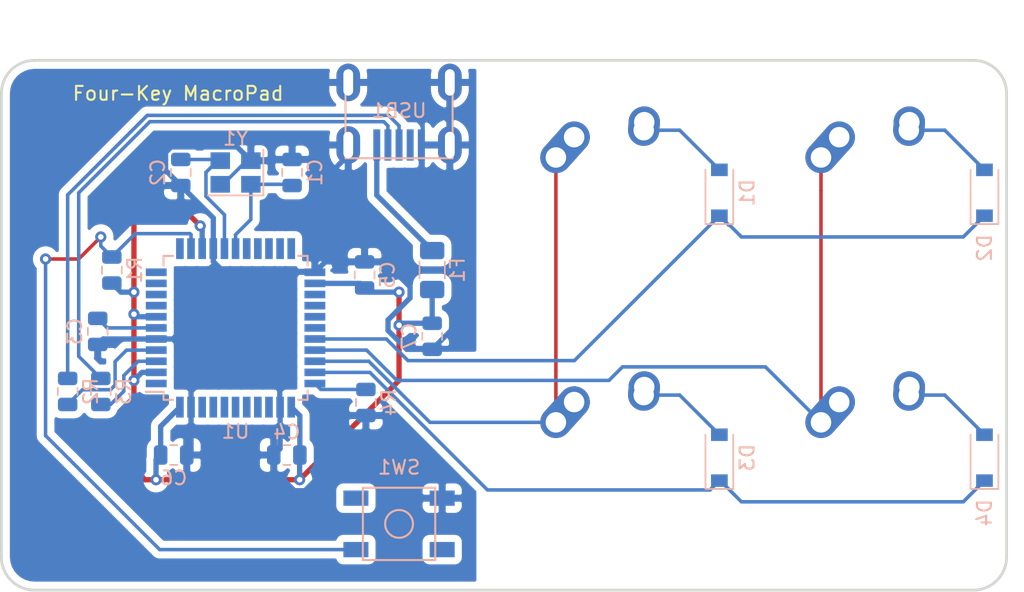
<source format=kicad_pcb>
(kicad_pcb (version 20171130) (host pcbnew "(5.1.6)-1")

  (general
    (thickness 1.6)
    (drawings 9)
    (tracks 194)
    (zones 0)
    (modules 24)
    (nets 44)
  )

  (page A4)
  (layers
    (0 F.Cu signal)
    (31 B.Cu signal)
    (32 B.Adhes user)
    (33 F.Adhes user)
    (34 B.Paste user)
    (35 F.Paste user)
    (36 B.SilkS user)
    (37 F.SilkS user)
    (38 B.Mask user)
    (39 F.Mask user)
    (40 Dwgs.User user)
    (41 Cmts.User user)
    (42 Eco1.User user)
    (43 Eco2.User user)
    (44 Edge.Cuts user)
    (45 Margin user)
    (46 B.CrtYd user)
    (47 F.CrtYd user)
    (48 B.Fab user)
    (49 F.Fab user)
  )

  (setup
    (last_trace_width 0.254)
    (trace_clearance 0.2)
    (zone_clearance 0.508)
    (zone_45_only no)
    (trace_min 0.2)
    (via_size 0.8)
    (via_drill 0.4)
    (via_min_size 0.4)
    (via_min_drill 0.3)
    (uvia_size 0.3)
    (uvia_drill 0.1)
    (uvias_allowed no)
    (uvia_min_size 0.2)
    (uvia_min_drill 0.1)
    (edge_width 0.05)
    (segment_width 0.2)
    (pcb_text_width 0.3)
    (pcb_text_size 1.5 1.5)
    (mod_edge_width 0.12)
    (mod_text_size 1 1)
    (mod_text_width 0.15)
    (pad_size 1.524 1.524)
    (pad_drill 0.762)
    (pad_to_mask_clearance 0.05)
    (aux_axis_origin 0 0)
    (visible_elements FFFFFF7F)
    (pcbplotparams
      (layerselection 0x010f0_ffffffff)
      (usegerberextensions true)
      (usegerberattributes true)
      (usegerberadvancedattributes true)
      (creategerberjobfile false)
      (excludeedgelayer true)
      (linewidth 0.100000)
      (plotframeref false)
      (viasonmask false)
      (mode 1)
      (useauxorigin false)
      (hpglpennumber 1)
      (hpglpenspeed 20)
      (hpglpendiameter 15.000000)
      (psnegative false)
      (psa4output false)
      (plotreference true)
      (plotvalue true)
      (plotinvisibletext false)
      (padsonsilk false)
      (subtractmaskfromsilk true)
      (outputformat 1)
      (mirror false)
      (drillshape 0)
      (scaleselection 1)
      (outputdirectory ""))
  )

  (net 0 "")
  (net 1 GND)
  (net 2 "Net-(C1-Pad1)")
  (net 3 "Net-(C2-Pad1)")
  (net 4 "Net-(C3-Pad1)")
  (net 5 +5V)
  (net 6 "Net-(D1-Pad2)")
  (net 7 ROW0)
  (net 8 "Net-(D2-Pad2)")
  (net 9 "Net-(D3-Pad2)")
  (net 10 ROW1)
  (net 11 "Net-(D4-Pad2)")
  (net 12 VCC)
  (net 13 COL0)
  (net 14 COL1)
  (net 15 "Net-(R1-Pad2)")
  (net 16 D+)
  (net 17 "Net-(R2-Pad1)")
  (net 18 D-)
  (net 19 "Net-(R3-Pad1)")
  (net 20 "Net-(R4-Pad2)")
  (net 21 "Net-(U1-Pad42)")
  (net 22 "Net-(U1-Pad41)")
  (net 23 "Net-(U1-Pad40)")
  (net 24 "Net-(U1-Pad39)")
  (net 25 "Net-(U1-Pad38)")
  (net 26 "Net-(U1-Pad37)")
  (net 27 "Net-(U1-Pad36)")
  (net 28 "Net-(U1-Pad28)")
  (net 29 "Net-(U1-Pad27)")
  (net 30 "Net-(U1-Pad26)")
  (net 31 "Net-(U1-Pad25)")
  (net 32 "Net-(U1-Pad22)")
  (net 33 "Net-(U1-Pad21)")
  (net 34 "Net-(U1-Pad20)")
  (net 35 "Net-(U1-Pad19)")
  (net 36 "Net-(U1-Pad18)")
  (net 37 "Net-(U1-Pad12)")
  (net 38 "Net-(U1-Pad11)")
  (net 39 "Net-(U1-Pad10)")
  (net 40 "Net-(U1-Pad9)")
  (net 41 "Net-(U1-Pad8)")
  (net 42 "Net-(U1-Pad1)")
  (net 43 "Net-(USB1-Pad2)")

  (net_class Default "This is the default net class."
    (clearance 0.2)
    (trace_width 0.254)
    (via_dia 0.8)
    (via_drill 0.4)
    (uvia_dia 0.3)
    (uvia_drill 0.1)
    (add_net COL0)
    (add_net COL1)
    (add_net D+)
    (add_net D-)
    (add_net "Net-(C1-Pad1)")
    (add_net "Net-(C2-Pad1)")
    (add_net "Net-(C3-Pad1)")
    (add_net "Net-(D1-Pad2)")
    (add_net "Net-(D2-Pad2)")
    (add_net "Net-(D3-Pad2)")
    (add_net "Net-(D4-Pad2)")
    (add_net "Net-(R1-Pad2)")
    (add_net "Net-(R2-Pad1)")
    (add_net "Net-(R3-Pad1)")
    (add_net "Net-(R4-Pad2)")
    (add_net "Net-(U1-Pad1)")
    (add_net "Net-(U1-Pad10)")
    (add_net "Net-(U1-Pad11)")
    (add_net "Net-(U1-Pad12)")
    (add_net "Net-(U1-Pad18)")
    (add_net "Net-(U1-Pad19)")
    (add_net "Net-(U1-Pad20)")
    (add_net "Net-(U1-Pad21)")
    (add_net "Net-(U1-Pad22)")
    (add_net "Net-(U1-Pad25)")
    (add_net "Net-(U1-Pad26)")
    (add_net "Net-(U1-Pad27)")
    (add_net "Net-(U1-Pad28)")
    (add_net "Net-(U1-Pad36)")
    (add_net "Net-(U1-Pad37)")
    (add_net "Net-(U1-Pad38)")
    (add_net "Net-(U1-Pad39)")
    (add_net "Net-(U1-Pad40)")
    (add_net "Net-(U1-Pad41)")
    (add_net "Net-(U1-Pad42)")
    (add_net "Net-(U1-Pad8)")
    (add_net "Net-(U1-Pad9)")
    (add_net "Net-(USB1-Pad2)")
    (add_net ROW0)
    (add_net ROW1)
  )

  (net_class Power ""
    (clearance 0.2)
    (trace_width 0.381)
    (via_dia 0.8)
    (via_drill 0.4)
    (uvia_dia 0.3)
    (uvia_drill 0.1)
    (add_net +5V)
    (add_net GND)
    (add_net VCC)
  )

  (module Crystal:Crystal_SMD_3225-4Pin_3.2x2.5mm (layer B.Cu) (tedit 5A0FD1B2) (tstamp 5F4C6B77)
    (at 69.215 92.202 180)
    (descr "SMD Crystal SERIES SMD3225/4 http://www.txccrystal.com/images/pdf/7m-accuracy.pdf, 3.2x2.5mm^2 package")
    (tags "SMD SMT crystal")
    (path /5F4DD107)
    (attr smd)
    (fp_text reference Y1 (at 0 2.45) (layer B.SilkS)
      (effects (font (size 1 1) (thickness 0.15)) (justify mirror))
    )
    (fp_text value 16MHz (at 0 -2.45) (layer B.Fab)
      (effects (font (size 1 1) (thickness 0.15)) (justify mirror))
    )
    (fp_text user %R (at 0 0) (layer B.Fab)
      (effects (font (size 0.7 0.7) (thickness 0.105)) (justify mirror))
    )
    (fp_line (start -1.6 1.25) (end -1.6 -1.25) (layer B.Fab) (width 0.1))
    (fp_line (start -1.6 -1.25) (end 1.6 -1.25) (layer B.Fab) (width 0.1))
    (fp_line (start 1.6 -1.25) (end 1.6 1.25) (layer B.Fab) (width 0.1))
    (fp_line (start 1.6 1.25) (end -1.6 1.25) (layer B.Fab) (width 0.1))
    (fp_line (start -1.6 -0.25) (end -0.6 -1.25) (layer B.Fab) (width 0.1))
    (fp_line (start -2 1.65) (end -2 -1.65) (layer B.SilkS) (width 0.12))
    (fp_line (start -2 -1.65) (end 2 -1.65) (layer B.SilkS) (width 0.12))
    (fp_line (start -2.1 1.7) (end -2.1 -1.7) (layer B.CrtYd) (width 0.05))
    (fp_line (start -2.1 -1.7) (end 2.1 -1.7) (layer B.CrtYd) (width 0.05))
    (fp_line (start 2.1 -1.7) (end 2.1 1.7) (layer B.CrtYd) (width 0.05))
    (fp_line (start 2.1 1.7) (end -2.1 1.7) (layer B.CrtYd) (width 0.05))
    (pad 4 smd rect (at -1.1 0.85 180) (size 1.4 1.2) (layers B.Cu B.Paste B.Mask)
      (net 1 GND))
    (pad 3 smd rect (at 1.1 0.85 180) (size 1.4 1.2) (layers B.Cu B.Paste B.Mask)
      (net 3 "Net-(C2-Pad1)"))
    (pad 2 smd rect (at 1.1 -0.85 180) (size 1.4 1.2) (layers B.Cu B.Paste B.Mask)
      (net 1 GND))
    (pad 1 smd rect (at -1.1 -0.85 180) (size 1.4 1.2) (layers B.Cu B.Paste B.Mask)
      (net 2 "Net-(C1-Pad1)"))
    (model ${KISYS3DMOD}/Crystal.3dshapes/Crystal_SMD_3225-4Pin_3.2x2.5mm.wrl
      (at (xyz 0 0 0))
      (scale (xyz 1 1 1))
      (rotate (xyz 0 0 0))
    )
  )

  (module random-keyboard-parts:Molex-0548190589 (layer B.Cu) (tedit 5C494815) (tstamp 5F4C6B63)
    (at 80.9625 85.725 270)
    (path /5F4FAE8C)
    (attr smd)
    (fp_text reference USB1 (at 2.032 0) (layer B.SilkS)
      (effects (font (size 1 1) (thickness 0.15)) (justify mirror))
    )
    (fp_text value Molex-0548190589 (at -5.08 0) (layer Dwgs.User)
      (effects (font (size 1 1) (thickness 0.15)))
    )
    (fp_text user %R (at 2 0) (layer B.CrtYd)
      (effects (font (size 1 1) (thickness 0.15)) (justify mirror))
    )
    (fp_line (start -3.75 3.85) (end -3.75 -3.85) (layer Dwgs.User) (width 0.15))
    (fp_line (start -1.75 4.572) (end -1.75 -4.572) (layer Dwgs.User) (width 0.15))
    (fp_line (start -3.75 -3.85) (end 0 -3.85) (layer Dwgs.User) (width 0.15))
    (fp_line (start -3.75 3.85) (end 0 3.85) (layer Dwgs.User) (width 0.15))
    (fp_line (start 5.45 3.85) (end 5.45 -3.85) (layer B.SilkS) (width 0.15))
    (fp_line (start 0 -3.85) (end 5.45 -3.85) (layer B.SilkS) (width 0.15))
    (fp_line (start 0 3.85) (end 5.45 3.85) (layer B.SilkS) (width 0.15))
    (fp_line (start -3.75 3.75) (end 5.5 3.75) (layer B.CrtYd) (width 0.15))
    (fp_line (start 5.5 3.75) (end 5.5 -3.75) (layer B.CrtYd) (width 0.15))
    (fp_line (start 5.5 -3.75) (end -3.75 -3.75) (layer B.CrtYd) (width 0.15))
    (fp_line (start -3.75 -3.75) (end -3.75 3.75) (layer B.CrtYd) (width 0.15))
    (fp_line (start 5.5 2) (end 3.25 2) (layer B.CrtYd) (width 0.15))
    (fp_line (start 3.25 2) (end 3.25 -2) (layer B.CrtYd) (width 0.15))
    (fp_line (start 3.25 -2) (end 5.5 -2) (layer B.CrtYd) (width 0.15))
    (fp_line (start 5.5 -1.25) (end 3.25 -1.25) (layer B.CrtYd) (width 0.15))
    (fp_line (start 3.25 -0.5) (end 5.5 -0.5) (layer B.CrtYd) (width 0.15))
    (fp_line (start 5.5 0.5) (end 3.25 0.5) (layer B.CrtYd) (width 0.15))
    (fp_line (start 3.25 1.25) (end 5.5 1.25) (layer B.CrtYd) (width 0.15))
    (pad 6 thru_hole oval (at 0 3.65 270) (size 2.7 1.7) (drill oval 1.9 0.7) (layers *.Cu *.Mask)
      (net 1 GND))
    (pad 6 thru_hole oval (at 0 -3.65 270) (size 2.7 1.7) (drill oval 1.9 0.7) (layers *.Cu *.Mask)
      (net 1 GND))
    (pad 6 thru_hole oval (at 4.5 -3.65 270) (size 2.7 1.7) (drill oval 1.9 0.7) (layers *.Cu *.Mask)
      (net 1 GND))
    (pad 6 thru_hole oval (at 4.5 3.65 270) (size 2.7 1.7) (drill oval 1.9 0.7) (layers *.Cu *.Mask)
      (net 1 GND))
    (pad 5 smd rect (at 4.5 1.6 270) (size 2.25 0.5) (layers B.Cu B.Paste B.Mask)
      (net 12 VCC))
    (pad 4 smd rect (at 4.5 0.8 270) (size 2.25 0.5) (layers B.Cu B.Paste B.Mask)
      (net 18 D-))
    (pad 3 smd rect (at 4.5 0 270) (size 2.25 0.5) (layers B.Cu B.Paste B.Mask)
      (net 16 D+))
    (pad 2 smd rect (at 4.5 -0.8 270) (size 2.25 0.5) (layers B.Cu B.Paste B.Mask)
      (net 43 "Net-(USB1-Pad2)"))
    (pad 1 smd rect (at 4.5 -1.6 270) (size 2.25 0.5) (layers B.Cu B.Paste B.Mask)
      (net 1 GND))
  )

  (module Package_QFP:TQFP-44_10x10mm_P0.8mm (layer B.Cu) (tedit 5A02F146) (tstamp 5F4C6B43)
    (at 69.215 103.378)
    (descr "44-Lead Plastic Thin Quad Flatpack (PT) - 10x10x1.0 mm Body [TQFP] (see Microchip Packaging Specification 00000049BS.pdf)")
    (tags "QFP 0.8")
    (path /5F4BFAB2)
    (attr smd)
    (fp_text reference U1 (at 0 7.45) (layer B.SilkS)
      (effects (font (size 1 1) (thickness 0.15)) (justify mirror))
    )
    (fp_text value ATmega32U4-AU (at 0 -7.45) (layer B.Fab)
      (effects (font (size 1 1) (thickness 0.15)) (justify mirror))
    )
    (fp_text user %R (at 0 0) (layer B.Fab)
      (effects (font (size 1 1) (thickness 0.15)) (justify mirror))
    )
    (fp_line (start -4 5) (end 5 5) (layer B.Fab) (width 0.15))
    (fp_line (start 5 5) (end 5 -5) (layer B.Fab) (width 0.15))
    (fp_line (start 5 -5) (end -5 -5) (layer B.Fab) (width 0.15))
    (fp_line (start -5 -5) (end -5 4) (layer B.Fab) (width 0.15))
    (fp_line (start -5 4) (end -4 5) (layer B.Fab) (width 0.15))
    (fp_line (start -6.7 6.7) (end -6.7 -6.7) (layer B.CrtYd) (width 0.05))
    (fp_line (start 6.7 6.7) (end 6.7 -6.7) (layer B.CrtYd) (width 0.05))
    (fp_line (start -6.7 6.7) (end 6.7 6.7) (layer B.CrtYd) (width 0.05))
    (fp_line (start -6.7 -6.7) (end 6.7 -6.7) (layer B.CrtYd) (width 0.05))
    (fp_line (start -5.175 5.175) (end -5.175 4.6) (layer B.SilkS) (width 0.15))
    (fp_line (start 5.175 5.175) (end 5.175 4.5) (layer B.SilkS) (width 0.15))
    (fp_line (start 5.175 -5.175) (end 5.175 -4.5) (layer B.SilkS) (width 0.15))
    (fp_line (start -5.175 -5.175) (end -5.175 -4.5) (layer B.SilkS) (width 0.15))
    (fp_line (start -5.175 5.175) (end -4.5 5.175) (layer B.SilkS) (width 0.15))
    (fp_line (start -5.175 -5.175) (end -4.5 -5.175) (layer B.SilkS) (width 0.15))
    (fp_line (start 5.175 -5.175) (end 4.5 -5.175) (layer B.SilkS) (width 0.15))
    (fp_line (start 5.175 5.175) (end 4.5 5.175) (layer B.SilkS) (width 0.15))
    (fp_line (start -5.175 4.6) (end -6.45 4.6) (layer B.SilkS) (width 0.15))
    (pad 44 smd rect (at -4 5.7 270) (size 1.5 0.55) (layers B.Cu B.Paste B.Mask)
      (net 5 +5V))
    (pad 43 smd rect (at -3.2 5.7 270) (size 1.5 0.55) (layers B.Cu B.Paste B.Mask)
      (net 1 GND))
    (pad 42 smd rect (at -2.4 5.7 270) (size 1.5 0.55) (layers B.Cu B.Paste B.Mask)
      (net 21 "Net-(U1-Pad42)"))
    (pad 41 smd rect (at -1.6 5.7 270) (size 1.5 0.55) (layers B.Cu B.Paste B.Mask)
      (net 22 "Net-(U1-Pad41)"))
    (pad 40 smd rect (at -0.8 5.7 270) (size 1.5 0.55) (layers B.Cu B.Paste B.Mask)
      (net 23 "Net-(U1-Pad40)"))
    (pad 39 smd rect (at 0 5.7 270) (size 1.5 0.55) (layers B.Cu B.Paste B.Mask)
      (net 24 "Net-(U1-Pad39)"))
    (pad 38 smd rect (at 0.8 5.7 270) (size 1.5 0.55) (layers B.Cu B.Paste B.Mask)
      (net 25 "Net-(U1-Pad38)"))
    (pad 37 smd rect (at 1.6 5.7 270) (size 1.5 0.55) (layers B.Cu B.Paste B.Mask)
      (net 26 "Net-(U1-Pad37)"))
    (pad 36 smd rect (at 2.4 5.7 270) (size 1.5 0.55) (layers B.Cu B.Paste B.Mask)
      (net 27 "Net-(U1-Pad36)"))
    (pad 35 smd rect (at 3.2 5.7 270) (size 1.5 0.55) (layers B.Cu B.Paste B.Mask)
      (net 1 GND))
    (pad 34 smd rect (at 4 5.7 270) (size 1.5 0.55) (layers B.Cu B.Paste B.Mask)
      (net 5 +5V))
    (pad 33 smd rect (at 5.7 4) (size 1.5 0.55) (layers B.Cu B.Paste B.Mask)
      (net 20 "Net-(R4-Pad2)"))
    (pad 32 smd rect (at 5.7 3.2) (size 1.5 0.55) (layers B.Cu B.Paste B.Mask)
      (net 10 ROW1))
    (pad 31 smd rect (at 5.7 2.4) (size 1.5 0.55) (layers B.Cu B.Paste B.Mask)
      (net 13 COL0))
    (pad 30 smd rect (at 5.7 1.6) (size 1.5 0.55) (layers B.Cu B.Paste B.Mask)
      (net 14 COL1))
    (pad 29 smd rect (at 5.7 0.8) (size 1.5 0.55) (layers B.Cu B.Paste B.Mask)
      (net 7 ROW0))
    (pad 28 smd rect (at 5.7 0) (size 1.5 0.55) (layers B.Cu B.Paste B.Mask)
      (net 28 "Net-(U1-Pad28)"))
    (pad 27 smd rect (at 5.7 -0.8) (size 1.5 0.55) (layers B.Cu B.Paste B.Mask)
      (net 29 "Net-(U1-Pad27)"))
    (pad 26 smd rect (at 5.7 -1.6) (size 1.5 0.55) (layers B.Cu B.Paste B.Mask)
      (net 30 "Net-(U1-Pad26)"))
    (pad 25 smd rect (at 5.7 -2.4) (size 1.5 0.55) (layers B.Cu B.Paste B.Mask)
      (net 31 "Net-(U1-Pad25)"))
    (pad 24 smd rect (at 5.7 -3.2) (size 1.5 0.55) (layers B.Cu B.Paste B.Mask)
      (net 5 +5V))
    (pad 23 smd rect (at 5.7 -4) (size 1.5 0.55) (layers B.Cu B.Paste B.Mask)
      (net 1 GND))
    (pad 22 smd rect (at 4 -5.7 270) (size 1.5 0.55) (layers B.Cu B.Paste B.Mask)
      (net 32 "Net-(U1-Pad22)"))
    (pad 21 smd rect (at 3.2 -5.7 270) (size 1.5 0.55) (layers B.Cu B.Paste B.Mask)
      (net 33 "Net-(U1-Pad21)"))
    (pad 20 smd rect (at 2.4 -5.7 270) (size 1.5 0.55) (layers B.Cu B.Paste B.Mask)
      (net 34 "Net-(U1-Pad20)"))
    (pad 19 smd rect (at 1.6 -5.7 270) (size 1.5 0.55) (layers B.Cu B.Paste B.Mask)
      (net 35 "Net-(U1-Pad19)"))
    (pad 18 smd rect (at 0.8 -5.7 270) (size 1.5 0.55) (layers B.Cu B.Paste B.Mask)
      (net 36 "Net-(U1-Pad18)"))
    (pad 17 smd rect (at 0 -5.7 270) (size 1.5 0.55) (layers B.Cu B.Paste B.Mask)
      (net 2 "Net-(C1-Pad1)"))
    (pad 16 smd rect (at -0.8 -5.7 270) (size 1.5 0.55) (layers B.Cu B.Paste B.Mask)
      (net 3 "Net-(C2-Pad1)"))
    (pad 15 smd rect (at -1.6 -5.7 270) (size 1.5 0.55) (layers B.Cu B.Paste B.Mask)
      (net 1 GND))
    (pad 14 smd rect (at -2.4 -5.7 270) (size 1.5 0.55) (layers B.Cu B.Paste B.Mask)
      (net 5 +5V))
    (pad 13 smd rect (at -3.2 -5.7 270) (size 1.5 0.55) (layers B.Cu B.Paste B.Mask)
      (net 15 "Net-(R1-Pad2)"))
    (pad 12 smd rect (at -4 -5.7 270) (size 1.5 0.55) (layers B.Cu B.Paste B.Mask)
      (net 37 "Net-(U1-Pad12)"))
    (pad 11 smd rect (at -5.7 -4) (size 1.5 0.55) (layers B.Cu B.Paste B.Mask)
      (net 38 "Net-(U1-Pad11)"))
    (pad 10 smd rect (at -5.7 -3.2) (size 1.5 0.55) (layers B.Cu B.Paste B.Mask)
      (net 39 "Net-(U1-Pad10)"))
    (pad 9 smd rect (at -5.7 -2.4) (size 1.5 0.55) (layers B.Cu B.Paste B.Mask)
      (net 40 "Net-(U1-Pad9)"))
    (pad 8 smd rect (at -5.7 -1.6) (size 1.5 0.55) (layers B.Cu B.Paste B.Mask)
      (net 41 "Net-(U1-Pad8)"))
    (pad 7 smd rect (at -5.7 -0.8) (size 1.5 0.55) (layers B.Cu B.Paste B.Mask)
      (net 5 +5V))
    (pad 6 smd rect (at -5.7 0) (size 1.5 0.55) (layers B.Cu B.Paste B.Mask)
      (net 4 "Net-(C3-Pad1)"))
    (pad 5 smd rect (at -5.7 0.8) (size 1.5 0.55) (layers B.Cu B.Paste B.Mask)
      (net 1 GND))
    (pad 4 smd rect (at -5.7 1.6) (size 1.5 0.55) (layers B.Cu B.Paste B.Mask)
      (net 17 "Net-(R2-Pad1)"))
    (pad 3 smd rect (at -5.7 2.4) (size 1.5 0.55) (layers B.Cu B.Paste B.Mask)
      (net 19 "Net-(R3-Pad1)"))
    (pad 2 smd rect (at -5.7 3.2) (size 1.5 0.55) (layers B.Cu B.Paste B.Mask)
      (net 5 +5V))
    (pad 1 smd rect (at -5.7 4) (size 1.5 0.55) (layers B.Cu B.Paste B.Mask)
      (net 42 "Net-(U1-Pad1)"))
    (model ${KISYS3DMOD}/Package_QFP.3dshapes/TQFP-44_10x10mm_P0.8mm.wrl
      (at (xyz 0 0 0))
      (scale (xyz 1 1 1))
      (rotate (xyz 0 0 0))
    )
  )

  (module random-keyboard-parts:SKQG-1155865 (layer B.Cu) (tedit 5E62B398) (tstamp 5F4C6B00)
    (at 80.9625 117.475)
    (path /5F4F51D2)
    (attr smd)
    (fp_text reference SW1 (at 0 -4.064) (layer B.SilkS)
      (effects (font (size 1 1) (thickness 0.15)) (justify mirror))
    )
    (fp_text value SW_Push (at 0 4.064) (layer B.Fab)
      (effects (font (size 1 1) (thickness 0.15)) (justify mirror))
    )
    (fp_line (start -2.6 -1.1) (end -1.1 -2.6) (layer B.Fab) (width 0.15))
    (fp_line (start 2.6 -1.1) (end 1.1 -2.6) (layer B.Fab) (width 0.15))
    (fp_line (start 2.6 1.1) (end 1.1 2.6) (layer B.Fab) (width 0.15))
    (fp_line (start -2.6 1.1) (end -1.1 2.6) (layer B.Fab) (width 0.15))
    (fp_circle (center 0 0) (end 1 0) (layer B.Fab) (width 0.15))
    (fp_line (start -4.2 1.1) (end -4.2 2.6) (layer B.Fab) (width 0.15))
    (fp_line (start -2.6 1.1) (end -4.2 1.1) (layer B.Fab) (width 0.15))
    (fp_line (start -2.6 -1.1) (end -2.6 1.1) (layer B.Fab) (width 0.15))
    (fp_line (start -4.2 -1.1) (end -2.6 -1.1) (layer B.Fab) (width 0.15))
    (fp_line (start -4.2 -2.6) (end -4.2 -1.1) (layer B.Fab) (width 0.15))
    (fp_line (start 4.2 -2.6) (end -4.2 -2.6) (layer B.Fab) (width 0.15))
    (fp_line (start 4.2 -1.1) (end 4.2 -2.6) (layer B.Fab) (width 0.15))
    (fp_line (start 2.6 -1.1) (end 4.2 -1.1) (layer B.Fab) (width 0.15))
    (fp_line (start 2.6 1.1) (end 2.6 -1.1) (layer B.Fab) (width 0.15))
    (fp_line (start 4.2 1.1) (end 2.6 1.1) (layer B.Fab) (width 0.15))
    (fp_line (start 4.2 2.6) (end 4.2 1.2) (layer B.Fab) (width 0.15))
    (fp_line (start -4.2 2.6) (end 4.2 2.6) (layer B.Fab) (width 0.15))
    (fp_circle (center 0 0) (end 1 0) (layer B.SilkS) (width 0.15))
    (fp_line (start -2.6 -2.6) (end -2.6 2.6) (layer B.SilkS) (width 0.15))
    (fp_line (start 2.6 -2.6) (end -2.6 -2.6) (layer B.SilkS) (width 0.15))
    (fp_line (start 2.6 2.6) (end 2.6 -2.6) (layer B.SilkS) (width 0.15))
    (fp_line (start -2.6 2.6) (end 2.6 2.6) (layer B.SilkS) (width 0.15))
    (pad 4 smd rect (at -3.1 -1.85) (size 1.8 1.1) (layers B.Cu B.Paste B.Mask))
    (pad 3 smd rect (at 3.1 1.85) (size 1.8 1.1) (layers B.Cu B.Paste B.Mask))
    (pad 2 smd rect (at -3.1 1.85) (size 1.8 1.1) (layers B.Cu B.Paste B.Mask)
      (net 15 "Net-(R1-Pad2)"))
    (pad 1 smd rect (at 3.1 -1.85) (size 1.8 1.1) (layers B.Cu B.Paste B.Mask)
      (net 1 GND))
    (model ${KISYS3DMOD}/Button_Switch_SMD.3dshapes/SW_SPST_TL3342.step
      (at (xyz 0 0 0))
      (scale (xyz 1 1 1))
      (rotate (xyz 0 0 0))
    )
  )

  (module Resistor_SMD:R_0805_2012Metric (layer B.Cu) (tedit 5B36C52B) (tstamp 5F4C6AE2)
    (at 78.58125 108.74375 90)
    (descr "Resistor SMD 0805 (2012 Metric), square (rectangular) end terminal, IPC_7351 nominal, (Body size source: https://docs.google.com/spreadsheets/d/1BsfQQcO9C6DZCsRaXUlFlo91Tg2WpOkGARC1WS5S8t0/edit?usp=sharing), generated with kicad-footprint-generator")
    (tags resistor)
    (path /5F4C4777)
    (attr smd)
    (fp_text reference R4 (at 0 1.65 90) (layer B.SilkS)
      (effects (font (size 1 1) (thickness 0.15)) (justify mirror))
    )
    (fp_text value 10k (at 0 -1.65 90) (layer B.Fab)
      (effects (font (size 1 1) (thickness 0.15)) (justify mirror))
    )
    (fp_text user %R (at 0 0 90) (layer B.Fab)
      (effects (font (size 0.5 0.5) (thickness 0.08)) (justify mirror))
    )
    (fp_line (start -1 -0.6) (end -1 0.6) (layer B.Fab) (width 0.1))
    (fp_line (start -1 0.6) (end 1 0.6) (layer B.Fab) (width 0.1))
    (fp_line (start 1 0.6) (end 1 -0.6) (layer B.Fab) (width 0.1))
    (fp_line (start 1 -0.6) (end -1 -0.6) (layer B.Fab) (width 0.1))
    (fp_line (start -0.258578 0.71) (end 0.258578 0.71) (layer B.SilkS) (width 0.12))
    (fp_line (start -0.258578 -0.71) (end 0.258578 -0.71) (layer B.SilkS) (width 0.12))
    (fp_line (start -1.68 -0.95) (end -1.68 0.95) (layer B.CrtYd) (width 0.05))
    (fp_line (start -1.68 0.95) (end 1.68 0.95) (layer B.CrtYd) (width 0.05))
    (fp_line (start 1.68 0.95) (end 1.68 -0.95) (layer B.CrtYd) (width 0.05))
    (fp_line (start 1.68 -0.95) (end -1.68 -0.95) (layer B.CrtYd) (width 0.05))
    (pad 2 smd roundrect (at 0.9375 0 90) (size 0.975 1.4) (layers B.Cu B.Paste B.Mask) (roundrect_rratio 0.25)
      (net 20 "Net-(R4-Pad2)"))
    (pad 1 smd roundrect (at -0.9375 0 90) (size 0.975 1.4) (layers B.Cu B.Paste B.Mask) (roundrect_rratio 0.25)
      (net 1 GND))
    (model ${KISYS3DMOD}/Resistor_SMD.3dshapes/R_0805_2012Metric.wrl
      (at (xyz 0 0 0))
      (scale (xyz 1 1 1))
      (rotate (xyz 0 0 0))
    )
  )

  (module Resistor_SMD:R_0805_2012Metric (layer B.Cu) (tedit 5B36C52B) (tstamp 5F4C6AD1)
    (at 59.53125 107.95 90)
    (descr "Resistor SMD 0805 (2012 Metric), square (rectangular) end terminal, IPC_7351 nominal, (Body size source: https://docs.google.com/spreadsheets/d/1BsfQQcO9C6DZCsRaXUlFlo91Tg2WpOkGARC1WS5S8t0/edit?usp=sharing), generated with kicad-footprint-generator")
    (tags resistor)
    (path /5F4C8F4F)
    (attr smd)
    (fp_text reference R3 (at 0 1.65 90) (layer B.SilkS)
      (effects (font (size 1 1) (thickness 0.15)) (justify mirror))
    )
    (fp_text value 22 (at 0 -1.65 90) (layer B.Fab)
      (effects (font (size 1 1) (thickness 0.15)) (justify mirror))
    )
    (fp_text user %R (at 0 0 90) (layer B.Fab)
      (effects (font (size 0.5 0.5) (thickness 0.08)) (justify mirror))
    )
    (fp_line (start -1 -0.6) (end -1 0.6) (layer B.Fab) (width 0.1))
    (fp_line (start -1 0.6) (end 1 0.6) (layer B.Fab) (width 0.1))
    (fp_line (start 1 0.6) (end 1 -0.6) (layer B.Fab) (width 0.1))
    (fp_line (start 1 -0.6) (end -1 -0.6) (layer B.Fab) (width 0.1))
    (fp_line (start -0.258578 0.71) (end 0.258578 0.71) (layer B.SilkS) (width 0.12))
    (fp_line (start -0.258578 -0.71) (end 0.258578 -0.71) (layer B.SilkS) (width 0.12))
    (fp_line (start -1.68 -0.95) (end -1.68 0.95) (layer B.CrtYd) (width 0.05))
    (fp_line (start -1.68 0.95) (end 1.68 0.95) (layer B.CrtYd) (width 0.05))
    (fp_line (start 1.68 0.95) (end 1.68 -0.95) (layer B.CrtYd) (width 0.05))
    (fp_line (start 1.68 -0.95) (end -1.68 -0.95) (layer B.CrtYd) (width 0.05))
    (pad 2 smd roundrect (at 0.9375 0 90) (size 0.975 1.4) (layers B.Cu B.Paste B.Mask) (roundrect_rratio 0.25)
      (net 18 D-))
    (pad 1 smd roundrect (at -0.9375 0 90) (size 0.975 1.4) (layers B.Cu B.Paste B.Mask) (roundrect_rratio 0.25)
      (net 19 "Net-(R3-Pad1)"))
    (model ${KISYS3DMOD}/Resistor_SMD.3dshapes/R_0805_2012Metric.wrl
      (at (xyz 0 0 0))
      (scale (xyz 1 1 1))
      (rotate (xyz 0 0 0))
    )
  )

  (module Resistor_SMD:R_0805_2012Metric (layer B.Cu) (tedit 5B36C52B) (tstamp 5F4C6AC0)
    (at 57.15 107.95 90)
    (descr "Resistor SMD 0805 (2012 Metric), square (rectangular) end terminal, IPC_7351 nominal, (Body size source: https://docs.google.com/spreadsheets/d/1BsfQQcO9C6DZCsRaXUlFlo91Tg2WpOkGARC1WS5S8t0/edit?usp=sharing), generated with kicad-footprint-generator")
    (tags resistor)
    (path /5F4C8330)
    (attr smd)
    (fp_text reference R2 (at 0 1.65 90) (layer B.SilkS)
      (effects (font (size 1 1) (thickness 0.15)) (justify mirror))
    )
    (fp_text value 22 (at 0 -1.65 90) (layer B.Fab)
      (effects (font (size 1 1) (thickness 0.15)) (justify mirror))
    )
    (fp_text user %R (at 0 0 90) (layer B.Fab)
      (effects (font (size 0.5 0.5) (thickness 0.08)) (justify mirror))
    )
    (fp_line (start -1 -0.6) (end -1 0.6) (layer B.Fab) (width 0.1))
    (fp_line (start -1 0.6) (end 1 0.6) (layer B.Fab) (width 0.1))
    (fp_line (start 1 0.6) (end 1 -0.6) (layer B.Fab) (width 0.1))
    (fp_line (start 1 -0.6) (end -1 -0.6) (layer B.Fab) (width 0.1))
    (fp_line (start -0.258578 0.71) (end 0.258578 0.71) (layer B.SilkS) (width 0.12))
    (fp_line (start -0.258578 -0.71) (end 0.258578 -0.71) (layer B.SilkS) (width 0.12))
    (fp_line (start -1.68 -0.95) (end -1.68 0.95) (layer B.CrtYd) (width 0.05))
    (fp_line (start -1.68 0.95) (end 1.68 0.95) (layer B.CrtYd) (width 0.05))
    (fp_line (start 1.68 0.95) (end 1.68 -0.95) (layer B.CrtYd) (width 0.05))
    (fp_line (start 1.68 -0.95) (end -1.68 -0.95) (layer B.CrtYd) (width 0.05))
    (pad 2 smd roundrect (at 0.9375 0 90) (size 0.975 1.4) (layers B.Cu B.Paste B.Mask) (roundrect_rratio 0.25)
      (net 16 D+))
    (pad 1 smd roundrect (at -0.9375 0 90) (size 0.975 1.4) (layers B.Cu B.Paste B.Mask) (roundrect_rratio 0.25)
      (net 17 "Net-(R2-Pad1)"))
    (model ${KISYS3DMOD}/Resistor_SMD.3dshapes/R_0805_2012Metric.wrl
      (at (xyz 0 0 0))
      (scale (xyz 1 1 1))
      (rotate (xyz 0 0 0))
    )
  )

  (module Resistor_SMD:R_0805_2012Metric (layer B.Cu) (tedit 5B36C52B) (tstamp 5F4C6AAF)
    (at 60.325 99.21875 90)
    (descr "Resistor SMD 0805 (2012 Metric), square (rectangular) end terminal, IPC_7351 nominal, (Body size source: https://docs.google.com/spreadsheets/d/1BsfQQcO9C6DZCsRaXUlFlo91Tg2WpOkGARC1WS5S8t0/edit?usp=sharing), generated with kicad-footprint-generator")
    (tags resistor)
    (path /5F4F7908)
    (attr smd)
    (fp_text reference R1 (at 0 1.65 90) (layer B.SilkS)
      (effects (font (size 1 1) (thickness 0.15)) (justify mirror))
    )
    (fp_text value 10k (at 0 -1.65 90) (layer B.Fab)
      (effects (font (size 1 1) (thickness 0.15)) (justify mirror))
    )
    (fp_text user %R (at 0 0 90) (layer B.Fab)
      (effects (font (size 0.5 0.5) (thickness 0.08)) (justify mirror))
    )
    (fp_line (start -1 -0.6) (end -1 0.6) (layer B.Fab) (width 0.1))
    (fp_line (start -1 0.6) (end 1 0.6) (layer B.Fab) (width 0.1))
    (fp_line (start 1 0.6) (end 1 -0.6) (layer B.Fab) (width 0.1))
    (fp_line (start 1 -0.6) (end -1 -0.6) (layer B.Fab) (width 0.1))
    (fp_line (start -0.258578 0.71) (end 0.258578 0.71) (layer B.SilkS) (width 0.12))
    (fp_line (start -0.258578 -0.71) (end 0.258578 -0.71) (layer B.SilkS) (width 0.12))
    (fp_line (start -1.68 -0.95) (end -1.68 0.95) (layer B.CrtYd) (width 0.05))
    (fp_line (start -1.68 0.95) (end 1.68 0.95) (layer B.CrtYd) (width 0.05))
    (fp_line (start 1.68 0.95) (end 1.68 -0.95) (layer B.CrtYd) (width 0.05))
    (fp_line (start 1.68 -0.95) (end -1.68 -0.95) (layer B.CrtYd) (width 0.05))
    (pad 2 smd roundrect (at 0.9375 0 90) (size 0.975 1.4) (layers B.Cu B.Paste B.Mask) (roundrect_rratio 0.25)
      (net 15 "Net-(R1-Pad2)"))
    (pad 1 smd roundrect (at -0.9375 0 90) (size 0.975 1.4) (layers B.Cu B.Paste B.Mask) (roundrect_rratio 0.25)
      (net 5 +5V))
    (model ${KISYS3DMOD}/Resistor_SMD.3dshapes/R_0805_2012Metric.wrl
      (at (xyz 0 0 0))
      (scale (xyz 1 1 1))
      (rotate (xyz 0 0 0))
    )
  )

  (module MX_Alps_Hybrid:MX-1U-NoLED (layer F.Cu) (tedit 5A9F5203) (tstamp 5F4C6A9E)
    (at 115.09375 112.7125)
    (path /5F526C7C)
    (fp_text reference MX4 (at 0 3.175) (layer Dwgs.User)
      (effects (font (size 1 1) (thickness 0.15)))
    )
    (fp_text value MX-NoLED (at 0 -7.9375) (layer Dwgs.User)
      (effects (font (size 1 1) (thickness 0.15)))
    )
    (fp_line (start 5 -7) (end 7 -7) (layer Dwgs.User) (width 0.15))
    (fp_line (start 7 -7) (end 7 -5) (layer Dwgs.User) (width 0.15))
    (fp_line (start 5 7) (end 7 7) (layer Dwgs.User) (width 0.15))
    (fp_line (start 7 7) (end 7 5) (layer Dwgs.User) (width 0.15))
    (fp_line (start -7 5) (end -7 7) (layer Dwgs.User) (width 0.15))
    (fp_line (start -7 7) (end -5 7) (layer Dwgs.User) (width 0.15))
    (fp_line (start -5 -7) (end -7 -7) (layer Dwgs.User) (width 0.15))
    (fp_line (start -7 -7) (end -7 -5) (layer Dwgs.User) (width 0.15))
    (fp_line (start -9.525 -9.525) (end 9.525 -9.525) (layer Dwgs.User) (width 0.15))
    (fp_line (start 9.525 -9.525) (end 9.525 9.525) (layer Dwgs.User) (width 0.15))
    (fp_line (start 9.525 9.525) (end -9.525 9.525) (layer Dwgs.User) (width 0.15))
    (fp_line (start -9.525 9.525) (end -9.525 -9.525) (layer Dwgs.User) (width 0.15))
    (pad "" np_thru_hole circle (at 5.08 0 48.0996) (size 1.75 1.75) (drill 1.75) (layers *.Cu *.Mask))
    (pad "" np_thru_hole circle (at -5.08 0 48.0996) (size 1.75 1.75) (drill 1.75) (layers *.Cu *.Mask))
    (pad 1 thru_hole circle (at -2.5 -4) (size 2.25 2.25) (drill 1.47) (layers *.Cu B.Mask)
      (net 14 COL1))
    (pad "" np_thru_hole circle (at 0 0) (size 3.9878 3.9878) (drill 3.9878) (layers *.Cu *.Mask))
    (pad 1 thru_hole oval (at -3.81 -2.54 48.0996) (size 4.211556 2.25) (drill 1.47 (offset 0.980778 0)) (layers *.Cu B.Mask)
      (net 14 COL1))
    (pad 2 thru_hole circle (at 2.54 -5.08) (size 2.25 2.25) (drill 1.47) (layers *.Cu B.Mask)
      (net 11 "Net-(D4-Pad2)"))
    (pad 2 thru_hole oval (at 2.5 -4.5 86.0548) (size 2.831378 2.25) (drill 1.47 (offset 0.290689 0)) (layers *.Cu B.Mask)
      (net 11 "Net-(D4-Pad2)"))
  )

  (module MX_Alps_Hybrid:MX-1U-NoLED (layer F.Cu) (tedit 5A9F5203) (tstamp 5F4C6A87)
    (at 96.04375 112.7125)
    (path /5F51EC16)
    (fp_text reference MX3 (at 0 3.175) (layer Dwgs.User)
      (effects (font (size 1 1) (thickness 0.15)))
    )
    (fp_text value MX-NoLED (at 0 -7.9375) (layer Dwgs.User)
      (effects (font (size 1 1) (thickness 0.15)))
    )
    (fp_line (start 5 -7) (end 7 -7) (layer Dwgs.User) (width 0.15))
    (fp_line (start 7 -7) (end 7 -5) (layer Dwgs.User) (width 0.15))
    (fp_line (start 5 7) (end 7 7) (layer Dwgs.User) (width 0.15))
    (fp_line (start 7 7) (end 7 5) (layer Dwgs.User) (width 0.15))
    (fp_line (start -7 5) (end -7 7) (layer Dwgs.User) (width 0.15))
    (fp_line (start -7 7) (end -5 7) (layer Dwgs.User) (width 0.15))
    (fp_line (start -5 -7) (end -7 -7) (layer Dwgs.User) (width 0.15))
    (fp_line (start -7 -7) (end -7 -5) (layer Dwgs.User) (width 0.15))
    (fp_line (start -9.525 -9.525) (end 9.525 -9.525) (layer Dwgs.User) (width 0.15))
    (fp_line (start 9.525 -9.525) (end 9.525 9.525) (layer Dwgs.User) (width 0.15))
    (fp_line (start 9.525 9.525) (end -9.525 9.525) (layer Dwgs.User) (width 0.15))
    (fp_line (start -9.525 9.525) (end -9.525 -9.525) (layer Dwgs.User) (width 0.15))
    (pad "" np_thru_hole circle (at 5.08 0 48.0996) (size 1.75 1.75) (drill 1.75) (layers *.Cu *.Mask))
    (pad "" np_thru_hole circle (at -5.08 0 48.0996) (size 1.75 1.75) (drill 1.75) (layers *.Cu *.Mask))
    (pad 1 thru_hole circle (at -2.5 -4) (size 2.25 2.25) (drill 1.47) (layers *.Cu B.Mask)
      (net 13 COL0))
    (pad "" np_thru_hole circle (at 0 0) (size 3.9878 3.9878) (drill 3.9878) (layers *.Cu *.Mask))
    (pad 1 thru_hole oval (at -3.81 -2.54 48.0996) (size 4.211556 2.25) (drill 1.47 (offset 0.980778 0)) (layers *.Cu B.Mask)
      (net 13 COL0))
    (pad 2 thru_hole circle (at 2.54 -5.08) (size 2.25 2.25) (drill 1.47) (layers *.Cu B.Mask)
      (net 9 "Net-(D3-Pad2)"))
    (pad 2 thru_hole oval (at 2.5 -4.5 86.0548) (size 2.831378 2.25) (drill 1.47 (offset 0.290689 0)) (layers *.Cu B.Mask)
      (net 9 "Net-(D3-Pad2)"))
  )

  (module MX_Alps_Hybrid:MX-1U-NoLED (layer F.Cu) (tedit 5A9F5203) (tstamp 5F4C6A70)
    (at 115.09375 93.6625)
    (path /5F51BD56)
    (fp_text reference MX2 (at 0 3.175) (layer Dwgs.User)
      (effects (font (size 1 1) (thickness 0.15)))
    )
    (fp_text value MX-NoLED (at 0 -7.9375) (layer Dwgs.User)
      (effects (font (size 1 1) (thickness 0.15)))
    )
    (fp_line (start 5 -7) (end 7 -7) (layer Dwgs.User) (width 0.15))
    (fp_line (start 7 -7) (end 7 -5) (layer Dwgs.User) (width 0.15))
    (fp_line (start 5 7) (end 7 7) (layer Dwgs.User) (width 0.15))
    (fp_line (start 7 7) (end 7 5) (layer Dwgs.User) (width 0.15))
    (fp_line (start -7 5) (end -7 7) (layer Dwgs.User) (width 0.15))
    (fp_line (start -7 7) (end -5 7) (layer Dwgs.User) (width 0.15))
    (fp_line (start -5 -7) (end -7 -7) (layer Dwgs.User) (width 0.15))
    (fp_line (start -7 -7) (end -7 -5) (layer Dwgs.User) (width 0.15))
    (fp_line (start -9.525 -9.525) (end 9.525 -9.525) (layer Dwgs.User) (width 0.15))
    (fp_line (start 9.525 -9.525) (end 9.525 9.525) (layer Dwgs.User) (width 0.15))
    (fp_line (start 9.525 9.525) (end -9.525 9.525) (layer Dwgs.User) (width 0.15))
    (fp_line (start -9.525 9.525) (end -9.525 -9.525) (layer Dwgs.User) (width 0.15))
    (pad "" np_thru_hole circle (at 5.08 0 48.0996) (size 1.75 1.75) (drill 1.75) (layers *.Cu *.Mask))
    (pad "" np_thru_hole circle (at -5.08 0 48.0996) (size 1.75 1.75) (drill 1.75) (layers *.Cu *.Mask))
    (pad 1 thru_hole circle (at -2.5 -4) (size 2.25 2.25) (drill 1.47) (layers *.Cu B.Mask)
      (net 14 COL1))
    (pad "" np_thru_hole circle (at 0 0) (size 3.9878 3.9878) (drill 3.9878) (layers *.Cu *.Mask))
    (pad 1 thru_hole oval (at -3.81 -2.54 48.0996) (size 4.211556 2.25) (drill 1.47 (offset 0.980778 0)) (layers *.Cu B.Mask)
      (net 14 COL1))
    (pad 2 thru_hole circle (at 2.54 -5.08) (size 2.25 2.25) (drill 1.47) (layers *.Cu B.Mask)
      (net 8 "Net-(D2-Pad2)"))
    (pad 2 thru_hole oval (at 2.5 -4.5 86.0548) (size 2.831378 2.25) (drill 1.47 (offset 0.290689 0)) (layers *.Cu B.Mask)
      (net 8 "Net-(D2-Pad2)"))
  )

  (module MX_Alps_Hybrid:MX-1U-NoLED (layer F.Cu) (tedit 5A9F5203) (tstamp 5F4C6A59)
    (at 96.04375 93.6625)
    (path /5F50CE07)
    (fp_text reference MX1 (at 0 3.175) (layer Dwgs.User)
      (effects (font (size 1 1) (thickness 0.15)))
    )
    (fp_text value MX-NoLED (at 0 -7.9375) (layer Dwgs.User)
      (effects (font (size 1 1) (thickness 0.15)))
    )
    (fp_line (start 5 -7) (end 7 -7) (layer Dwgs.User) (width 0.15))
    (fp_line (start 7 -7) (end 7 -5) (layer Dwgs.User) (width 0.15))
    (fp_line (start 5 7) (end 7 7) (layer Dwgs.User) (width 0.15))
    (fp_line (start 7 7) (end 7 5) (layer Dwgs.User) (width 0.15))
    (fp_line (start -7 5) (end -7 7) (layer Dwgs.User) (width 0.15))
    (fp_line (start -7 7) (end -5 7) (layer Dwgs.User) (width 0.15))
    (fp_line (start -5 -7) (end -7 -7) (layer Dwgs.User) (width 0.15))
    (fp_line (start -7 -7) (end -7 -5) (layer Dwgs.User) (width 0.15))
    (fp_line (start -9.525 -9.525) (end 9.525 -9.525) (layer Dwgs.User) (width 0.15))
    (fp_line (start 9.525 -9.525) (end 9.525 9.525) (layer Dwgs.User) (width 0.15))
    (fp_line (start 9.525 9.525) (end -9.525 9.525) (layer Dwgs.User) (width 0.15))
    (fp_line (start -9.525 9.525) (end -9.525 -9.525) (layer Dwgs.User) (width 0.15))
    (pad "" np_thru_hole circle (at 5.08 0 48.0996) (size 1.75 1.75) (drill 1.75) (layers *.Cu *.Mask))
    (pad "" np_thru_hole circle (at -5.08 0 48.0996) (size 1.75 1.75) (drill 1.75) (layers *.Cu *.Mask))
    (pad 1 thru_hole circle (at -2.5 -4) (size 2.25 2.25) (drill 1.47) (layers *.Cu B.Mask)
      (net 13 COL0))
    (pad "" np_thru_hole circle (at 0 0) (size 3.9878 3.9878) (drill 3.9878) (layers *.Cu *.Mask))
    (pad 1 thru_hole oval (at -3.81 -2.54 48.0996) (size 4.211556 2.25) (drill 1.47 (offset 0.980778 0)) (layers *.Cu B.Mask)
      (net 13 COL0))
    (pad 2 thru_hole circle (at 2.54 -5.08) (size 2.25 2.25) (drill 1.47) (layers *.Cu B.Mask)
      (net 6 "Net-(D1-Pad2)"))
    (pad 2 thru_hole oval (at 2.5 -4.5 86.0548) (size 2.831378 2.25) (drill 1.47 (offset 0.290689 0)) (layers *.Cu B.Mask)
      (net 6 "Net-(D1-Pad2)"))
  )

  (module Fuse:Fuse_1206_3216Metric (layer B.Cu) (tedit 5B301BBE) (tstamp 5F4C6A42)
    (at 83.34375 99.21875 90)
    (descr "Fuse SMD 1206 (3216 Metric), square (rectangular) end terminal, IPC_7351 nominal, (Body size source: http://www.tortai-tech.com/upload/download/2011102023233369053.pdf), generated with kicad-footprint-generator")
    (tags resistor)
    (path /5F4FEAD4)
    (attr smd)
    (fp_text reference F1 (at 0 1.82 90) (layer B.SilkS)
      (effects (font (size 1 1) (thickness 0.15)) (justify mirror))
    )
    (fp_text value 500mA (at 0 -1.82 90) (layer B.Fab)
      (effects (font (size 1 1) (thickness 0.15)) (justify mirror))
    )
    (fp_text user %R (at 0 0 90) (layer B.Fab)
      (effects (font (size 0.8 0.8) (thickness 0.12)) (justify mirror))
    )
    (fp_line (start -1.6 -0.8) (end -1.6 0.8) (layer B.Fab) (width 0.1))
    (fp_line (start -1.6 0.8) (end 1.6 0.8) (layer B.Fab) (width 0.1))
    (fp_line (start 1.6 0.8) (end 1.6 -0.8) (layer B.Fab) (width 0.1))
    (fp_line (start 1.6 -0.8) (end -1.6 -0.8) (layer B.Fab) (width 0.1))
    (fp_line (start -0.602064 0.91) (end 0.602064 0.91) (layer B.SilkS) (width 0.12))
    (fp_line (start -0.602064 -0.91) (end 0.602064 -0.91) (layer B.SilkS) (width 0.12))
    (fp_line (start -2.28 -1.12) (end -2.28 1.12) (layer B.CrtYd) (width 0.05))
    (fp_line (start -2.28 1.12) (end 2.28 1.12) (layer B.CrtYd) (width 0.05))
    (fp_line (start 2.28 1.12) (end 2.28 -1.12) (layer B.CrtYd) (width 0.05))
    (fp_line (start 2.28 -1.12) (end -2.28 -1.12) (layer B.CrtYd) (width 0.05))
    (pad 2 smd roundrect (at 1.4 0 90) (size 1.25 1.75) (layers B.Cu B.Paste B.Mask) (roundrect_rratio 0.2)
      (net 12 VCC))
    (pad 1 smd roundrect (at -1.4 0 90) (size 1.25 1.75) (layers B.Cu B.Paste B.Mask) (roundrect_rratio 0.2)
      (net 5 +5V))
    (model ${KISYS3DMOD}/Fuse.3dshapes/Fuse_1206_3216Metric.wrl
      (at (xyz 0 0 0))
      (scale (xyz 1 1 1))
      (rotate (xyz 0 0 0))
    )
  )

  (module Diode_SMD:D_SOD-123 (layer B.Cu) (tedit 58645DC7) (tstamp 5F4C6A31)
    (at 123.03125 112.7125 90)
    (descr SOD-123)
    (tags SOD-123)
    (path /5F526C87)
    (attr smd)
    (fp_text reference D4 (at -3.96875 0 90) (layer B.SilkS)
      (effects (font (size 1 1) (thickness 0.15)) (justify mirror))
    )
    (fp_text value SOD-123 (at 0 -2.1 90) (layer B.Fab)
      (effects (font (size 1 1) (thickness 0.15)) (justify mirror))
    )
    (fp_text user %R (at 0 2 90) (layer B.Fab)
      (effects (font (size 1 1) (thickness 0.15)) (justify mirror))
    )
    (fp_line (start -2.25 1) (end -2.25 -1) (layer B.SilkS) (width 0.12))
    (fp_line (start 0.25 0) (end 0.75 0) (layer B.Fab) (width 0.1))
    (fp_line (start 0.25 -0.4) (end -0.35 0) (layer B.Fab) (width 0.1))
    (fp_line (start 0.25 0.4) (end 0.25 -0.4) (layer B.Fab) (width 0.1))
    (fp_line (start -0.35 0) (end 0.25 0.4) (layer B.Fab) (width 0.1))
    (fp_line (start -0.35 0) (end -0.35 -0.55) (layer B.Fab) (width 0.1))
    (fp_line (start -0.35 0) (end -0.35 0.55) (layer B.Fab) (width 0.1))
    (fp_line (start -0.75 0) (end -0.35 0) (layer B.Fab) (width 0.1))
    (fp_line (start -1.4 -0.9) (end -1.4 0.9) (layer B.Fab) (width 0.1))
    (fp_line (start 1.4 -0.9) (end -1.4 -0.9) (layer B.Fab) (width 0.1))
    (fp_line (start 1.4 0.9) (end 1.4 -0.9) (layer B.Fab) (width 0.1))
    (fp_line (start -1.4 0.9) (end 1.4 0.9) (layer B.Fab) (width 0.1))
    (fp_line (start -2.35 1.15) (end 2.35 1.15) (layer B.CrtYd) (width 0.05))
    (fp_line (start 2.35 1.15) (end 2.35 -1.15) (layer B.CrtYd) (width 0.05))
    (fp_line (start 2.35 -1.15) (end -2.35 -1.15) (layer B.CrtYd) (width 0.05))
    (fp_line (start -2.35 1.15) (end -2.35 -1.15) (layer B.CrtYd) (width 0.05))
    (fp_line (start -2.25 -1) (end 1.65 -1) (layer B.SilkS) (width 0.12))
    (fp_line (start -2.25 1) (end 1.65 1) (layer B.SilkS) (width 0.12))
    (pad 2 smd rect (at 1.65 0 90) (size 0.9 1.2) (layers B.Cu B.Paste B.Mask)
      (net 11 "Net-(D4-Pad2)"))
    (pad 1 smd rect (at -1.65 0 90) (size 0.9 1.2) (layers B.Cu B.Paste B.Mask)
      (net 10 ROW1))
    (model ${KISYS3DMOD}/Diode_SMD.3dshapes/D_SOD-123.wrl
      (at (xyz 0 0 0))
      (scale (xyz 1 1 1))
      (rotate (xyz 0 0 0))
    )
  )

  (module Diode_SMD:D_SOD-123 (layer B.Cu) (tedit 58645DC7) (tstamp 5F4C6A18)
    (at 103.98125 112.7125 90)
    (descr SOD-123)
    (tags SOD-123)
    (path /5F51EC0B)
    (attr smd)
    (fp_text reference D3 (at 0 2 90) (layer B.SilkS)
      (effects (font (size 1 1) (thickness 0.15)) (justify mirror))
    )
    (fp_text value SOD-123 (at 0 -2.1 90) (layer B.Fab)
      (effects (font (size 1 1) (thickness 0.15)) (justify mirror))
    )
    (fp_text user %R (at 0 2 90) (layer B.Fab)
      (effects (font (size 1 1) (thickness 0.15)) (justify mirror))
    )
    (fp_line (start -2.25 1) (end -2.25 -1) (layer B.SilkS) (width 0.12))
    (fp_line (start 0.25 0) (end 0.75 0) (layer B.Fab) (width 0.1))
    (fp_line (start 0.25 -0.4) (end -0.35 0) (layer B.Fab) (width 0.1))
    (fp_line (start 0.25 0.4) (end 0.25 -0.4) (layer B.Fab) (width 0.1))
    (fp_line (start -0.35 0) (end 0.25 0.4) (layer B.Fab) (width 0.1))
    (fp_line (start -0.35 0) (end -0.35 -0.55) (layer B.Fab) (width 0.1))
    (fp_line (start -0.35 0) (end -0.35 0.55) (layer B.Fab) (width 0.1))
    (fp_line (start -0.75 0) (end -0.35 0) (layer B.Fab) (width 0.1))
    (fp_line (start -1.4 -0.9) (end -1.4 0.9) (layer B.Fab) (width 0.1))
    (fp_line (start 1.4 -0.9) (end -1.4 -0.9) (layer B.Fab) (width 0.1))
    (fp_line (start 1.4 0.9) (end 1.4 -0.9) (layer B.Fab) (width 0.1))
    (fp_line (start -1.4 0.9) (end 1.4 0.9) (layer B.Fab) (width 0.1))
    (fp_line (start -2.35 1.15) (end 2.35 1.15) (layer B.CrtYd) (width 0.05))
    (fp_line (start 2.35 1.15) (end 2.35 -1.15) (layer B.CrtYd) (width 0.05))
    (fp_line (start 2.35 -1.15) (end -2.35 -1.15) (layer B.CrtYd) (width 0.05))
    (fp_line (start -2.35 1.15) (end -2.35 -1.15) (layer B.CrtYd) (width 0.05))
    (fp_line (start -2.25 -1) (end 1.65 -1) (layer B.SilkS) (width 0.12))
    (fp_line (start -2.25 1) (end 1.65 1) (layer B.SilkS) (width 0.12))
    (pad 2 smd rect (at 1.65 0 90) (size 0.9 1.2) (layers B.Cu B.Paste B.Mask)
      (net 9 "Net-(D3-Pad2)"))
    (pad 1 smd rect (at -1.65 0 90) (size 0.9 1.2) (layers B.Cu B.Paste B.Mask)
      (net 10 ROW1))
    (model ${KISYS3DMOD}/Diode_SMD.3dshapes/D_SOD-123.wrl
      (at (xyz 0 0 0))
      (scale (xyz 1 1 1))
      (rotate (xyz 0 0 0))
    )
  )

  (module Diode_SMD:D_SOD-123 (layer B.Cu) (tedit 58645DC7) (tstamp 5F4C69FF)
    (at 123.03125 93.6625 90)
    (descr SOD-123)
    (tags SOD-123)
    (path /5F51BD4B)
    (attr smd)
    (fp_text reference D2 (at -3.96875 0 90) (layer B.SilkS)
      (effects (font (size 1 1) (thickness 0.15)) (justify mirror))
    )
    (fp_text value SOD-123 (at 0 -2.1 90) (layer B.Fab)
      (effects (font (size 1 1) (thickness 0.15)) (justify mirror))
    )
    (fp_text user %R (at 0 2 90) (layer B.Fab)
      (effects (font (size 1 1) (thickness 0.15)) (justify mirror))
    )
    (fp_line (start -2.25 1) (end -2.25 -1) (layer B.SilkS) (width 0.12))
    (fp_line (start 0.25 0) (end 0.75 0) (layer B.Fab) (width 0.1))
    (fp_line (start 0.25 -0.4) (end -0.35 0) (layer B.Fab) (width 0.1))
    (fp_line (start 0.25 0.4) (end 0.25 -0.4) (layer B.Fab) (width 0.1))
    (fp_line (start -0.35 0) (end 0.25 0.4) (layer B.Fab) (width 0.1))
    (fp_line (start -0.35 0) (end -0.35 -0.55) (layer B.Fab) (width 0.1))
    (fp_line (start -0.35 0) (end -0.35 0.55) (layer B.Fab) (width 0.1))
    (fp_line (start -0.75 0) (end -0.35 0) (layer B.Fab) (width 0.1))
    (fp_line (start -1.4 -0.9) (end -1.4 0.9) (layer B.Fab) (width 0.1))
    (fp_line (start 1.4 -0.9) (end -1.4 -0.9) (layer B.Fab) (width 0.1))
    (fp_line (start 1.4 0.9) (end 1.4 -0.9) (layer B.Fab) (width 0.1))
    (fp_line (start -1.4 0.9) (end 1.4 0.9) (layer B.Fab) (width 0.1))
    (fp_line (start -2.35 1.15) (end 2.35 1.15) (layer B.CrtYd) (width 0.05))
    (fp_line (start 2.35 1.15) (end 2.35 -1.15) (layer B.CrtYd) (width 0.05))
    (fp_line (start 2.35 -1.15) (end -2.35 -1.15) (layer B.CrtYd) (width 0.05))
    (fp_line (start -2.35 1.15) (end -2.35 -1.15) (layer B.CrtYd) (width 0.05))
    (fp_line (start -2.25 -1) (end 1.65 -1) (layer B.SilkS) (width 0.12))
    (fp_line (start -2.25 1) (end 1.65 1) (layer B.SilkS) (width 0.12))
    (pad 2 smd rect (at 1.65 0 90) (size 0.9 1.2) (layers B.Cu B.Paste B.Mask)
      (net 8 "Net-(D2-Pad2)"))
    (pad 1 smd rect (at -1.65 0 90) (size 0.9 1.2) (layers B.Cu B.Paste B.Mask)
      (net 7 ROW0))
    (model ${KISYS3DMOD}/Diode_SMD.3dshapes/D_SOD-123.wrl
      (at (xyz 0 0 0))
      (scale (xyz 1 1 1))
      (rotate (xyz 0 0 0))
    )
  )

  (module Diode_SMD:D_SOD-123 (layer B.Cu) (tedit 58645DC7) (tstamp 5F4C69E6)
    (at 103.98125 93.6625 90)
    (descr SOD-123)
    (tags SOD-123)
    (path /5F50E40C)
    (attr smd)
    (fp_text reference D1 (at 0 2 90) (layer B.SilkS)
      (effects (font (size 1 1) (thickness 0.15)) (justify mirror))
    )
    (fp_text value SOD-123 (at 0 -2.1 90) (layer B.Fab)
      (effects (font (size 1 1) (thickness 0.15)) (justify mirror))
    )
    (fp_text user %R (at 0 2 90) (layer B.Fab)
      (effects (font (size 1 1) (thickness 0.15)) (justify mirror))
    )
    (fp_line (start -2.25 1) (end -2.25 -1) (layer B.SilkS) (width 0.12))
    (fp_line (start 0.25 0) (end 0.75 0) (layer B.Fab) (width 0.1))
    (fp_line (start 0.25 -0.4) (end -0.35 0) (layer B.Fab) (width 0.1))
    (fp_line (start 0.25 0.4) (end 0.25 -0.4) (layer B.Fab) (width 0.1))
    (fp_line (start -0.35 0) (end 0.25 0.4) (layer B.Fab) (width 0.1))
    (fp_line (start -0.35 0) (end -0.35 -0.55) (layer B.Fab) (width 0.1))
    (fp_line (start -0.35 0) (end -0.35 0.55) (layer B.Fab) (width 0.1))
    (fp_line (start -0.75 0) (end -0.35 0) (layer B.Fab) (width 0.1))
    (fp_line (start -1.4 -0.9) (end -1.4 0.9) (layer B.Fab) (width 0.1))
    (fp_line (start 1.4 -0.9) (end -1.4 -0.9) (layer B.Fab) (width 0.1))
    (fp_line (start 1.4 0.9) (end 1.4 -0.9) (layer B.Fab) (width 0.1))
    (fp_line (start -1.4 0.9) (end 1.4 0.9) (layer B.Fab) (width 0.1))
    (fp_line (start -2.35 1.15) (end 2.35 1.15) (layer B.CrtYd) (width 0.05))
    (fp_line (start 2.35 1.15) (end 2.35 -1.15) (layer B.CrtYd) (width 0.05))
    (fp_line (start 2.35 -1.15) (end -2.35 -1.15) (layer B.CrtYd) (width 0.05))
    (fp_line (start -2.35 1.15) (end -2.35 -1.15) (layer B.CrtYd) (width 0.05))
    (fp_line (start -2.25 -1) (end 1.65 -1) (layer B.SilkS) (width 0.12))
    (fp_line (start -2.25 1) (end 1.65 1) (layer B.SilkS) (width 0.12))
    (pad 2 smd rect (at 1.65 0 90) (size 0.9 1.2) (layers B.Cu B.Paste B.Mask)
      (net 6 "Net-(D1-Pad2)"))
    (pad 1 smd rect (at -1.65 0 90) (size 0.9 1.2) (layers B.Cu B.Paste B.Mask)
      (net 7 ROW0))
    (model ${KISYS3DMOD}/Diode_SMD.3dshapes/D_SOD-123.wrl
      (at (xyz 0 0 0))
      (scale (xyz 1 1 1))
      (rotate (xyz 0 0 0))
    )
  )

  (module Capacitor_SMD:C_0805_2012Metric (layer B.Cu) (tedit 5B36C52B) (tstamp 5F4C69CD)
    (at 83.34375 103.98125 270)
    (descr "Capacitor SMD 0805 (2012 Metric), square (rectangular) end terminal, IPC_7351 nominal, (Body size source: https://docs.google.com/spreadsheets/d/1BsfQQcO9C6DZCsRaXUlFlo91Tg2WpOkGARC1WS5S8t0/edit?usp=sharing), generated with kicad-footprint-generator")
    (tags capacitor)
    (path /5F4D757E)
    (attr smd)
    (fp_text reference C7 (at 0 1.65 90) (layer B.SilkS)
      (effects (font (size 1 1) (thickness 0.15)) (justify mirror))
    )
    (fp_text value 10uF (at 0 -1.65 90) (layer B.Fab)
      (effects (font (size 1 1) (thickness 0.15)) (justify mirror))
    )
    (fp_text user %R (at 0 0 90) (layer B.Fab)
      (effects (font (size 0.5 0.5) (thickness 0.08)) (justify mirror))
    )
    (fp_line (start -1 -0.6) (end -1 0.6) (layer B.Fab) (width 0.1))
    (fp_line (start -1 0.6) (end 1 0.6) (layer B.Fab) (width 0.1))
    (fp_line (start 1 0.6) (end 1 -0.6) (layer B.Fab) (width 0.1))
    (fp_line (start 1 -0.6) (end -1 -0.6) (layer B.Fab) (width 0.1))
    (fp_line (start -0.258578 0.71) (end 0.258578 0.71) (layer B.SilkS) (width 0.12))
    (fp_line (start -0.258578 -0.71) (end 0.258578 -0.71) (layer B.SilkS) (width 0.12))
    (fp_line (start -1.68 -0.95) (end -1.68 0.95) (layer B.CrtYd) (width 0.05))
    (fp_line (start -1.68 0.95) (end 1.68 0.95) (layer B.CrtYd) (width 0.05))
    (fp_line (start 1.68 0.95) (end 1.68 -0.95) (layer B.CrtYd) (width 0.05))
    (fp_line (start 1.68 -0.95) (end -1.68 -0.95) (layer B.CrtYd) (width 0.05))
    (pad 2 smd roundrect (at 0.9375 0 270) (size 0.975 1.4) (layers B.Cu B.Paste B.Mask) (roundrect_rratio 0.25)
      (net 1 GND))
    (pad 1 smd roundrect (at -0.9375 0 270) (size 0.975 1.4) (layers B.Cu B.Paste B.Mask) (roundrect_rratio 0.25)
      (net 5 +5V))
    (model ${KISYS3DMOD}/Capacitor_SMD.3dshapes/C_0805_2012Metric.wrl
      (at (xyz 0 0 0))
      (scale (xyz 1 1 1))
      (rotate (xyz 0 0 0))
    )
  )

  (module Capacitor_SMD:C_0805_2012Metric (layer B.Cu) (tedit 5B36C52B) (tstamp 5F4C69BC)
    (at 64.77 112.522)
    (descr "Capacitor SMD 0805 (2012 Metric), square (rectangular) end terminal, IPC_7351 nominal, (Body size source: https://docs.google.com/spreadsheets/d/1BsfQQcO9C6DZCsRaXUlFlo91Tg2WpOkGARC1WS5S8t0/edit?usp=sharing), generated with kicad-footprint-generator")
    (tags capacitor)
    (path /5F4D6E26)
    (attr smd)
    (fp_text reference C6 (at 0 1.65) (layer B.SilkS)
      (effects (font (size 1 1) (thickness 0.15)) (justify mirror))
    )
    (fp_text value 0.1uF (at 0 -1.65) (layer B.Fab)
      (effects (font (size 1 1) (thickness 0.15)) (justify mirror))
    )
    (fp_text user %R (at 0 0) (layer B.Fab)
      (effects (font (size 0.5 0.5) (thickness 0.08)) (justify mirror))
    )
    (fp_line (start -1 -0.6) (end -1 0.6) (layer B.Fab) (width 0.1))
    (fp_line (start -1 0.6) (end 1 0.6) (layer B.Fab) (width 0.1))
    (fp_line (start 1 0.6) (end 1 -0.6) (layer B.Fab) (width 0.1))
    (fp_line (start 1 -0.6) (end -1 -0.6) (layer B.Fab) (width 0.1))
    (fp_line (start -0.258578 0.71) (end 0.258578 0.71) (layer B.SilkS) (width 0.12))
    (fp_line (start -0.258578 -0.71) (end 0.258578 -0.71) (layer B.SilkS) (width 0.12))
    (fp_line (start -1.68 -0.95) (end -1.68 0.95) (layer B.CrtYd) (width 0.05))
    (fp_line (start -1.68 0.95) (end 1.68 0.95) (layer B.CrtYd) (width 0.05))
    (fp_line (start 1.68 0.95) (end 1.68 -0.95) (layer B.CrtYd) (width 0.05))
    (fp_line (start 1.68 -0.95) (end -1.68 -0.95) (layer B.CrtYd) (width 0.05))
    (pad 2 smd roundrect (at 0.9375 0) (size 0.975 1.4) (layers B.Cu B.Paste B.Mask) (roundrect_rratio 0.25)
      (net 1 GND))
    (pad 1 smd roundrect (at -0.9375 0) (size 0.975 1.4) (layers B.Cu B.Paste B.Mask) (roundrect_rratio 0.25)
      (net 5 +5V))
    (model ${KISYS3DMOD}/Capacitor_SMD.3dshapes/C_0805_2012Metric.wrl
      (at (xyz 0 0 0))
      (scale (xyz 1 1 1))
      (rotate (xyz 0 0 0))
    )
  )

  (module Capacitor_SMD:C_0805_2012Metric (layer B.Cu) (tedit 5B36C52B) (tstamp 5F4C69AB)
    (at 78.486 99.568 90)
    (descr "Capacitor SMD 0805 (2012 Metric), square (rectangular) end terminal, IPC_7351 nominal, (Body size source: https://docs.google.com/spreadsheets/d/1BsfQQcO9C6DZCsRaXUlFlo91Tg2WpOkGARC1WS5S8t0/edit?usp=sharing), generated with kicad-footprint-generator")
    (tags capacitor)
    (path /5F4D67D7)
    (attr smd)
    (fp_text reference C5 (at 0 1.65 90) (layer B.SilkS)
      (effects (font (size 1 1) (thickness 0.15)) (justify mirror))
    )
    (fp_text value 0.1uF (at 0 -1.65 90) (layer B.Fab)
      (effects (font (size 1 1) (thickness 0.15)) (justify mirror))
    )
    (fp_text user %R (at 0 0 90) (layer B.Fab)
      (effects (font (size 0.5 0.5) (thickness 0.08)) (justify mirror))
    )
    (fp_line (start -1 -0.6) (end -1 0.6) (layer B.Fab) (width 0.1))
    (fp_line (start -1 0.6) (end 1 0.6) (layer B.Fab) (width 0.1))
    (fp_line (start 1 0.6) (end 1 -0.6) (layer B.Fab) (width 0.1))
    (fp_line (start 1 -0.6) (end -1 -0.6) (layer B.Fab) (width 0.1))
    (fp_line (start -0.258578 0.71) (end 0.258578 0.71) (layer B.SilkS) (width 0.12))
    (fp_line (start -0.258578 -0.71) (end 0.258578 -0.71) (layer B.SilkS) (width 0.12))
    (fp_line (start -1.68 -0.95) (end -1.68 0.95) (layer B.CrtYd) (width 0.05))
    (fp_line (start -1.68 0.95) (end 1.68 0.95) (layer B.CrtYd) (width 0.05))
    (fp_line (start 1.68 0.95) (end 1.68 -0.95) (layer B.CrtYd) (width 0.05))
    (fp_line (start 1.68 -0.95) (end -1.68 -0.95) (layer B.CrtYd) (width 0.05))
    (pad 2 smd roundrect (at 0.9375 0 90) (size 0.975 1.4) (layers B.Cu B.Paste B.Mask) (roundrect_rratio 0.25)
      (net 1 GND))
    (pad 1 smd roundrect (at -0.9375 0 90) (size 0.975 1.4) (layers B.Cu B.Paste B.Mask) (roundrect_rratio 0.25)
      (net 5 +5V))
    (model ${KISYS3DMOD}/Capacitor_SMD.3dshapes/C_0805_2012Metric.wrl
      (at (xyz 0 0 0))
      (scale (xyz 1 1 1))
      (rotate (xyz 0 0 0))
    )
  )

  (module Capacitor_SMD:C_0805_2012Metric (layer B.Cu) (tedit 5B36C52B) (tstamp 5F4C699A)
    (at 72.898 112.522 180)
    (descr "Capacitor SMD 0805 (2012 Metric), square (rectangular) end terminal, IPC_7351 nominal, (Body size source: https://docs.google.com/spreadsheets/d/1BsfQQcO9C6DZCsRaXUlFlo91Tg2WpOkGARC1WS5S8t0/edit?usp=sharing), generated with kicad-footprint-generator")
    (tags capacitor)
    (path /5F4D446E)
    (attr smd)
    (fp_text reference C4 (at 0 1.65) (layer B.SilkS)
      (effects (font (size 1 1) (thickness 0.15)) (justify mirror))
    )
    (fp_text value 0.1uF (at 0 -1.65) (layer B.Fab)
      (effects (font (size 1 1) (thickness 0.15)) (justify mirror))
    )
    (fp_text user %R (at 0 0) (layer B.Fab)
      (effects (font (size 0.5 0.5) (thickness 0.08)) (justify mirror))
    )
    (fp_line (start -1 -0.6) (end -1 0.6) (layer B.Fab) (width 0.1))
    (fp_line (start -1 0.6) (end 1 0.6) (layer B.Fab) (width 0.1))
    (fp_line (start 1 0.6) (end 1 -0.6) (layer B.Fab) (width 0.1))
    (fp_line (start 1 -0.6) (end -1 -0.6) (layer B.Fab) (width 0.1))
    (fp_line (start -0.258578 0.71) (end 0.258578 0.71) (layer B.SilkS) (width 0.12))
    (fp_line (start -0.258578 -0.71) (end 0.258578 -0.71) (layer B.SilkS) (width 0.12))
    (fp_line (start -1.68 -0.95) (end -1.68 0.95) (layer B.CrtYd) (width 0.05))
    (fp_line (start -1.68 0.95) (end 1.68 0.95) (layer B.CrtYd) (width 0.05))
    (fp_line (start 1.68 0.95) (end 1.68 -0.95) (layer B.CrtYd) (width 0.05))
    (fp_line (start 1.68 -0.95) (end -1.68 -0.95) (layer B.CrtYd) (width 0.05))
    (pad 2 smd roundrect (at 0.9375 0 180) (size 0.975 1.4) (layers B.Cu B.Paste B.Mask) (roundrect_rratio 0.25)
      (net 1 GND))
    (pad 1 smd roundrect (at -0.9375 0 180) (size 0.975 1.4) (layers B.Cu B.Paste B.Mask) (roundrect_rratio 0.25)
      (net 5 +5V))
    (model ${KISYS3DMOD}/Capacitor_SMD.3dshapes/C_0805_2012Metric.wrl
      (at (xyz 0 0 0))
      (scale (xyz 1 1 1))
      (rotate (xyz 0 0 0))
    )
  )

  (module Capacitor_SMD:C_0805_2012Metric (layer B.Cu) (tedit 5B36C52B) (tstamp 5F4C6989)
    (at 59.309 103.632 270)
    (descr "Capacitor SMD 0805 (2012 Metric), square (rectangular) end terminal, IPC_7351 nominal, (Body size source: https://docs.google.com/spreadsheets/d/1BsfQQcO9C6DZCsRaXUlFlo91Tg2WpOkGARC1WS5S8t0/edit?usp=sharing), generated with kicad-footprint-generator")
    (tags capacitor)
    (path /5F4D0391)
    (attr smd)
    (fp_text reference C3 (at 0 1.65 90) (layer B.SilkS)
      (effects (font (size 1 1) (thickness 0.15)) (justify mirror))
    )
    (fp_text value 1uF (at 0 -1.65 90) (layer B.Fab)
      (effects (font (size 1 1) (thickness 0.15)) (justify mirror))
    )
    (fp_text user %R (at 0 0 90) (layer B.Fab)
      (effects (font (size 0.5 0.5) (thickness 0.08)) (justify mirror))
    )
    (fp_line (start -1 -0.6) (end -1 0.6) (layer B.Fab) (width 0.1))
    (fp_line (start -1 0.6) (end 1 0.6) (layer B.Fab) (width 0.1))
    (fp_line (start 1 0.6) (end 1 -0.6) (layer B.Fab) (width 0.1))
    (fp_line (start 1 -0.6) (end -1 -0.6) (layer B.Fab) (width 0.1))
    (fp_line (start -0.258578 0.71) (end 0.258578 0.71) (layer B.SilkS) (width 0.12))
    (fp_line (start -0.258578 -0.71) (end 0.258578 -0.71) (layer B.SilkS) (width 0.12))
    (fp_line (start -1.68 -0.95) (end -1.68 0.95) (layer B.CrtYd) (width 0.05))
    (fp_line (start -1.68 0.95) (end 1.68 0.95) (layer B.CrtYd) (width 0.05))
    (fp_line (start 1.68 0.95) (end 1.68 -0.95) (layer B.CrtYd) (width 0.05))
    (fp_line (start 1.68 -0.95) (end -1.68 -0.95) (layer B.CrtYd) (width 0.05))
    (pad 2 smd roundrect (at 0.9375 0 270) (size 0.975 1.4) (layers B.Cu B.Paste B.Mask) (roundrect_rratio 0.25)
      (net 1 GND))
    (pad 1 smd roundrect (at -0.9375 0 270) (size 0.975 1.4) (layers B.Cu B.Paste B.Mask) (roundrect_rratio 0.25)
      (net 4 "Net-(C3-Pad1)"))
    (model ${KISYS3DMOD}/Capacitor_SMD.3dshapes/C_0805_2012Metric.wrl
      (at (xyz 0 0 0))
      (scale (xyz 1 1 1))
      (rotate (xyz 0 0 0))
    )
  )

  (module Capacitor_SMD:C_0805_2012Metric (layer B.Cu) (tedit 5B36C52B) (tstamp 5F4C6978)
    (at 65.278 92.202 270)
    (descr "Capacitor SMD 0805 (2012 Metric), square (rectangular) end terminal, IPC_7351 nominal, (Body size source: https://docs.google.com/spreadsheets/d/1BsfQQcO9C6DZCsRaXUlFlo91Tg2WpOkGARC1WS5S8t0/edit?usp=sharing), generated with kicad-footprint-generator")
    (tags capacitor)
    (path /5F4EA320)
    (attr smd)
    (fp_text reference C2 (at 0 1.65 90) (layer B.SilkS)
      (effects (font (size 1 1) (thickness 0.15)) (justify mirror))
    )
    (fp_text value 22pF (at 0 -1.65 90) (layer B.Fab)
      (effects (font (size 1 1) (thickness 0.15)) (justify mirror))
    )
    (fp_text user %R (at 0 0 90) (layer B.Fab)
      (effects (font (size 0.5 0.5) (thickness 0.08)) (justify mirror))
    )
    (fp_line (start -1 -0.6) (end -1 0.6) (layer B.Fab) (width 0.1))
    (fp_line (start -1 0.6) (end 1 0.6) (layer B.Fab) (width 0.1))
    (fp_line (start 1 0.6) (end 1 -0.6) (layer B.Fab) (width 0.1))
    (fp_line (start 1 -0.6) (end -1 -0.6) (layer B.Fab) (width 0.1))
    (fp_line (start -0.258578 0.71) (end 0.258578 0.71) (layer B.SilkS) (width 0.12))
    (fp_line (start -0.258578 -0.71) (end 0.258578 -0.71) (layer B.SilkS) (width 0.12))
    (fp_line (start -1.68 -0.95) (end -1.68 0.95) (layer B.CrtYd) (width 0.05))
    (fp_line (start -1.68 0.95) (end 1.68 0.95) (layer B.CrtYd) (width 0.05))
    (fp_line (start 1.68 0.95) (end 1.68 -0.95) (layer B.CrtYd) (width 0.05))
    (fp_line (start 1.68 -0.95) (end -1.68 -0.95) (layer B.CrtYd) (width 0.05))
    (pad 2 smd roundrect (at 0.9375 0 270) (size 0.975 1.4) (layers B.Cu B.Paste B.Mask) (roundrect_rratio 0.25)
      (net 1 GND))
    (pad 1 smd roundrect (at -0.9375 0 270) (size 0.975 1.4) (layers B.Cu B.Paste B.Mask) (roundrect_rratio 0.25)
      (net 3 "Net-(C2-Pad1)"))
    (model ${KISYS3DMOD}/Capacitor_SMD.3dshapes/C_0805_2012Metric.wrl
      (at (xyz 0 0 0))
      (scale (xyz 1 1 1))
      (rotate (xyz 0 0 0))
    )
  )

  (module Capacitor_SMD:C_0805_2012Metric (layer B.Cu) (tedit 5B36C52B) (tstamp 5F4C738C)
    (at 73.279 92.202 90)
    (descr "Capacitor SMD 0805 (2012 Metric), square (rectangular) end terminal, IPC_7351 nominal, (Body size source: https://docs.google.com/spreadsheets/d/1BsfQQcO9C6DZCsRaXUlFlo91Tg2WpOkGARC1WS5S8t0/edit?usp=sharing), generated with kicad-footprint-generator")
    (tags capacitor)
    (path /5F4E2DB2)
    (attr smd)
    (fp_text reference C1 (at 0 1.65 90) (layer B.SilkS)
      (effects (font (size 1 1) (thickness 0.15)) (justify mirror))
    )
    (fp_text value 22pF (at 0 -1.65 90) (layer B.Fab)
      (effects (font (size 1 1) (thickness 0.15)) (justify mirror))
    )
    (fp_text user %R (at 0 0 90) (layer B.Fab)
      (effects (font (size 0.5 0.5) (thickness 0.08)) (justify mirror))
    )
    (fp_line (start -1 -0.6) (end -1 0.6) (layer B.Fab) (width 0.1))
    (fp_line (start -1 0.6) (end 1 0.6) (layer B.Fab) (width 0.1))
    (fp_line (start 1 0.6) (end 1 -0.6) (layer B.Fab) (width 0.1))
    (fp_line (start 1 -0.6) (end -1 -0.6) (layer B.Fab) (width 0.1))
    (fp_line (start -0.258578 0.71) (end 0.258578 0.71) (layer B.SilkS) (width 0.12))
    (fp_line (start -0.258578 -0.71) (end 0.258578 -0.71) (layer B.SilkS) (width 0.12))
    (fp_line (start -1.68 -0.95) (end -1.68 0.95) (layer B.CrtYd) (width 0.05))
    (fp_line (start -1.68 0.95) (end 1.68 0.95) (layer B.CrtYd) (width 0.05))
    (fp_line (start 1.68 0.95) (end 1.68 -0.95) (layer B.CrtYd) (width 0.05))
    (fp_line (start 1.68 -0.95) (end -1.68 -0.95) (layer B.CrtYd) (width 0.05))
    (pad 2 smd roundrect (at 0.9375 0 90) (size 0.975 1.4) (layers B.Cu B.Paste B.Mask) (roundrect_rratio 0.25)
      (net 1 GND))
    (pad 1 smd roundrect (at -0.9375 0 90) (size 0.975 1.4) (layers B.Cu B.Paste B.Mask) (roundrect_rratio 0.25)
      (net 2 "Net-(C1-Pad1)"))
    (model ${KISYS3DMOD}/Capacitor_SMD.3dshapes/C_0805_2012Metric.wrl
      (at (xyz 0 0 0))
      (scale (xyz 1 1 1))
      (rotate (xyz 0 0 0))
    )
  )

  (gr_text "Four-Key MacroPad" (at 65.0875 86.51875) (layer F.SilkS)
    (effects (font (size 1 1) (thickness 0.15)))
  )
  (gr_line (start 124.61875 86.51875) (end 124.61875 119.85625) (layer Edge.Cuts) (width 0.2) (tstamp 5F4C77A4))
  (gr_line (start 52.3875 86.51875) (end 52.3875 119.85625) (layer Edge.Cuts) (width 0.2) (tstamp 5F4C779D))
  (gr_line (start 54.76875 84.1375) (end 122.2375 84.1375) (layer Edge.Cuts) (width 0.2) (tstamp 5F4C779B))
  (gr_line (start 54.76875 122.2375) (end 122.2375 122.2375) (layer Edge.Cuts) (width 0.2) (tstamp 5F4C7793))
  (gr_arc (start 54.76875 119.85625) (end 52.3875 119.85625) (angle -90) (layer Edge.Cuts) (width 0.2) (tstamp 5F4C778C))
  (gr_arc (start 54.76875 86.51875) (end 54.76875 84.1375) (angle -90) (layer Edge.Cuts) (width 0.2) (tstamp 5F4C7784))
  (gr_arc (start 122.2375 119.85625) (end 122.2375 122.2375) (angle -90) (layer Edge.Cuts) (width 0.2) (tstamp 5F4C777F))
  (gr_arc (start 122.2375 86.51875) (end 124.61875 86.51875) (angle -90) (layer Edge.Cuts) (width 0.2))

  (segment (start 73.1915 91.352) (end 73.279 91.2645) (width 0.381) (layer B.Cu) (net 1))
  (segment (start 70.315 91.352) (end 73.1915 91.352) (width 0.381) (layer B.Cu) (net 1))
  (segment (start 69.324499 90.361499) (end 70.315 91.352) (width 0.381) (layer B.Cu) (net 1))
  (segment (start 64.584021 90.361499) (end 69.324499 90.361499) (width 0.381) (layer B.Cu) (net 1))
  (segment (start 64.18749 92.04899) (end 64.18749 90.75803) (width 0.381) (layer B.Cu) (net 1))
  (segment (start 64.18749 90.75803) (end 64.584021 90.361499) (width 0.381) (layer B.Cu) (net 1))
  (segment (start 65.278 93.1395) (end 64.18749 92.04899) (width 0.381) (layer B.Cu) (net 1))
  (segment (start 70.012098 91.352) (end 70.315 91.352) (width 0.381) (layer B.Cu) (net 1))
  (segment (start 68.312098 93.052) (end 70.012098 91.352) (width 0.254) (layer B.Cu) (net 1))
  (segment (start 68.115 93.052) (end 68.312098 93.052) (width 0.381) (layer B.Cu) (net 1))
  (segment (start 66.015 112.2145) (end 66.015 109.078) (width 0.381) (layer B.Cu) (net 1))
  (segment (start 65.7075 112.522) (end 66.015 112.2145) (width 0.381) (layer B.Cu) (net 1))
  (segment (start 75.6625 98.6305) (end 74.915 99.378) (width 0.381) (layer B.Cu) (net 1))
  (segment (start 78.486 98.6305) (end 75.6625 98.6305) (width 0.381) (layer B.Cu) (net 1))
  (segment (start 79.956692 98.6305) (end 78.486 98.6305) (width 0.381) (layer B.Cu) (net 1))
  (segment (start 81.753001 100.426809) (end 79.956692 98.6305) (width 0.381) (layer B.Cu) (net 1))
  (segment (start 81.753001 101.227057) (end 81.753001 100.426809) (width 0.381) (layer B.Cu) (net 1))
  (segment (start 80.171999 102.808059) (end 81.753001 101.227057) (width 0.381) (layer B.Cu) (net 1))
  (segment (start 80.171999 103.566941) (end 80.171999 102.808059) (width 0.381) (layer B.Cu) (net 1))
  (segment (start 81.523808 104.91875) (end 80.171999 103.566941) (width 0.381) (layer B.Cu) (net 1))
  (segment (start 83.34375 104.91875) (end 81.523808 104.91875) (width 0.381) (layer B.Cu) (net 1))
  (segment (start 72.415 112.0675) (end 72.415 109.078) (width 0.381) (layer B.Cu) (net 1))
  (segment (start 71.9605 112.522) (end 72.415 112.0675) (width 0.381) (layer B.Cu) (net 1))
  (segment (start 73.439309 115.090501) (end 74.198191 115.090501) (width 0.381) (layer B.Cu) (net 1))
  (segment (start 71.9605 113.611692) (end 73.439309 115.090501) (width 0.381) (layer B.Cu) (net 1))
  (segment (start 78.58125 110.707442) (end 78.58125 109.68125) (width 0.381) (layer B.Cu) (net 1))
  (segment (start 71.9605 112.522) (end 71.9605 113.611692) (width 0.381) (layer B.Cu) (net 1))
  (segment (start 82.2875 115.625) (end 77.975596 111.313096) (width 0.381) (layer B.Cu) (net 1))
  (segment (start 84.0625 115.625) (end 82.2875 115.625) (width 0.381) (layer B.Cu) (net 1))
  (segment (start 74.198191 115.090501) (end 77.975596 111.313096) (width 0.381) (layer B.Cu) (net 1))
  (segment (start 77.975596 111.313096) (end 78.58125 110.707442) (width 0.381) (layer B.Cu) (net 1))
  (segment (start 59.7005 104.178) (end 63.515 104.178) (width 0.381) (layer B.Cu) (net 1))
  (segment (start 59.309 104.5695) (end 59.7005 104.178) (width 0.381) (layer B.Cu) (net 1))
  (segment (start 82.5625 95.13168) (end 83.47457 96.04375) (width 0.381) (layer B.Cu) (net 1))
  (segment (start 82.5625 90.225) (end 82.5625 95.13168) (width 0.381) (layer B.Cu) (net 1))
  (segment (start 83.47457 96.04375) (end 84.93125 96.04375) (width 0.381) (layer B.Cu) (net 1))
  (segment (start 84.93125 96.04375) (end 85.725 96.8375) (width 0.381) (layer B.Cu) (net 1))
  (segment (start 85.725 102.5375) (end 83.34375 104.91875) (width 0.381) (layer B.Cu) (net 1))
  (segment (start 85.725 96.8375) (end 85.725 102.5375) (width 0.381) (layer B.Cu) (net 1))
  (segment (start 67.615 95.4765) (end 67.615 97.678) (width 0.381) (layer B.Cu) (net 1))
  (segment (start 65.278 93.1395) (end 67.615 95.4765) (width 0.381) (layer B.Cu) (net 1))
  (segment (start 67.615 98.605902) (end 68.387098 99.378) (width 0.381) (layer B.Cu) (net 1))
  (segment (start 67.615 97.678) (end 67.615 98.605902) (width 0.381) (layer B.Cu) (net 1))
  (segment (start 72.415 108.9275) (end 72.3905 108.903) (width 0.381) (layer B.Cu) (net 1))
  (segment (start 72.415 109.078) (end 72.415 108.9275) (width 0.381) (layer B.Cu) (net 1))
  (segment (start 68.387098 99.378) (end 72.3905 99.378) (width 0.381) (layer B.Cu) (net 1))
  (segment (start 72.3905 99.378) (end 74.915 99.378) (width 0.381) (layer B.Cu) (net 1))
  (segment (start 66.015 107.947) (end 69.187 104.775) (width 0.381) (layer B.Cu) (net 1))
  (segment (start 66.015 109.078) (end 66.015 107.947) (width 0.381) (layer B.Cu) (net 1))
  (segment (start 72.23125 104.775) (end 72.3905 104.61575) (width 0.381) (layer B.Cu) (net 1))
  (segment (start 69.187 104.775) (end 72.23125 104.775) (width 0.381) (layer B.Cu) (net 1))
  (segment (start 72.3905 108.903) (end 72.3905 104.61575) (width 0.381) (layer B.Cu) (net 1))
  (segment (start 72.3905 104.61575) (end 72.3905 99.378) (width 0.381) (layer B.Cu) (net 1))
  (segment (start 63.515 104.178) (end 68.45925 104.178) (width 0.381) (layer B.Cu) (net 1))
  (segment (start 69.05625 104.775) (end 69.187 104.775) (width 0.381) (layer B.Cu) (net 1))
  (segment (start 68.45925 104.178) (end 69.05625 104.775) (width 0.381) (layer B.Cu) (net 1))
  (segment (start 73.1915 93.052) (end 73.279 93.1395) (width 0.254) (layer B.Cu) (net 2))
  (segment (start 70.315 93.052) (end 73.1915 93.052) (width 0.254) (layer B.Cu) (net 2))
  (segment (start 70.315 95.574) (end 70.315 93.052) (width 0.254) (layer B.Cu) (net 2))
  (segment (start 69.215 96.674) (end 70.315 95.574) (width 0.254) (layer B.Cu) (net 2))
  (segment (start 69.215 97.678) (end 69.215 96.674) (width 0.254) (layer B.Cu) (net 2))
  (segment (start 68.0275 91.2645) (end 68.115 91.352) (width 0.254) (layer B.Cu) (net 3))
  (segment (start 65.278 91.2645) (end 68.0275 91.2645) (width 0.254) (layer B.Cu) (net 3))
  (segment (start 67.087999 93.913601) (end 67.087999 92.190399) (width 0.254) (layer B.Cu) (net 3))
  (segment (start 68.415 95.240602) (end 67.087999 93.913601) (width 0.254) (layer B.Cu) (net 3))
  (segment (start 67.926398 91.352) (end 68.115 91.352) (width 0.254) (layer B.Cu) (net 3))
  (segment (start 67.087999 92.190399) (end 67.926398 91.352) (width 0.254) (layer B.Cu) (net 3))
  (segment (start 68.415 97.678) (end 68.415 95.240602) (width 0.254) (layer B.Cu) (net 3))
  (segment (start 59.9925 103.378) (end 63.515 103.378) (width 0.254) (layer B.Cu) (net 4))
  (segment (start 59.309 102.6945) (end 59.9925 103.378) (width 0.254) (layer B.Cu) (net 4))
  (segment (start 63.8325 110.4605) (end 65.215 109.078) (width 0.381) (layer B.Cu) (net 5))
  (segment (start 63.8325 112.522) (end 63.8325 110.4605) (width 0.381) (layer B.Cu) (net 5))
  (segment (start 83.34375 100.61875) (end 83.34375 103.04375) (width 0.381) (layer B.Cu) (net 5))
  (via (at 80.9625 103.1875) (size 0.8) (drill 0.4) (layers F.Cu B.Cu) (net 5))
  (segment (start 83.34375 103.04375) (end 81.10625 103.04375) (width 0.381) (layer B.Cu) (net 5))
  (segment (start 81.10625 103.04375) (end 80.9625 103.1875) (width 0.381) (layer B.Cu) (net 5))
  (via (at 80.9625 100.80625) (size 0.8) (drill 0.4) (layers F.Cu B.Cu) (net 5))
  (segment (start 80.9625 103.1875) (end 80.9625 100.80625) (width 0.381) (layer F.Cu) (net 5))
  (segment (start 78.78675 100.80625) (end 78.486 100.5055) (width 0.381) (layer B.Cu) (net 5))
  (segment (start 80.9625 100.80625) (end 78.78675 100.80625) (width 0.381) (layer B.Cu) (net 5))
  (segment (start 78.1585 100.178) (end 74.915 100.178) (width 0.381) (layer B.Cu) (net 5))
  (segment (start 78.486 100.5055) (end 78.1585 100.178) (width 0.381) (layer B.Cu) (net 5))
  (via (at 73.81875 114.3) (size 0.8) (drill 0.4) (layers F.Cu B.Cu) (net 5))
  (segment (start 80.9625 103.1875) (end 80.9625 107.15625) (width 0.381) (layer F.Cu) (net 5))
  (segment (start 80.9625 107.15625) (end 73.81875 114.3) (width 0.381) (layer F.Cu) (net 5))
  (segment (start 73.81875 112.53875) (end 73.8355 112.522) (width 0.381) (layer B.Cu) (net 5))
  (segment (start 73.81875 114.3) (end 73.81875 112.53875) (width 0.381) (layer B.Cu) (net 5))
  (via (at 63.5 114.3) (size 0.8) (drill 0.4) (layers F.Cu B.Cu) (net 5))
  (segment (start 73.81875 114.3) (end 63.5 114.3) (width 0.381) (layer F.Cu) (net 5))
  (segment (start 63.5 112.8545) (end 63.8325 112.522) (width 0.381) (layer B.Cu) (net 5))
  (segment (start 63.5 114.3) (end 63.5 112.8545) (width 0.381) (layer B.Cu) (net 5))
  (segment (start 63.5 114.3) (end 62.70625 114.3) (width 0.381) (layer F.Cu) (net 5))
  (via (at 61.9125 107.15625) (size 0.8) (drill 0.4) (layers F.Cu B.Cu) (net 5))
  (segment (start 62.70625 114.3) (end 61.9125 113.50625) (width 0.381) (layer F.Cu) (net 5))
  (segment (start 61.9125 113.50625) (end 61.9125 107.15625) (width 0.381) (layer F.Cu) (net 5))
  (segment (start 62.49075 106.578) (end 63.515 106.578) (width 0.381) (layer B.Cu) (net 5))
  (segment (start 61.9125 107.15625) (end 62.49075 106.578) (width 0.381) (layer B.Cu) (net 5))
  (via (at 61.9125 100.80625) (size 0.8) (drill 0.4) (layers F.Cu B.Cu) (net 5))
  (segment (start 61.9125 107.15625) (end 61.9125 100.80625) (width 0.381) (layer F.Cu) (net 5))
  (segment (start 60.975 100.80625) (end 60.325 100.15625) (width 0.381) (layer B.Cu) (net 5))
  (segment (start 61.9125 100.80625) (end 60.975 100.80625) (width 0.381) (layer B.Cu) (net 5))
  (segment (start 73.8355 109.6985) (end 73.215 109.078) (width 0.381) (layer B.Cu) (net 5))
  (segment (start 73.8355 112.522) (end 73.8355 109.6985) (width 0.381) (layer B.Cu) (net 5))
  (segment (start 61.9125 100.80625) (end 61.9125 95.25) (width 0.381) (layer F.Cu) (net 5))
  (via (at 66.675 96.04375) (size 0.8) (drill 0.4) (layers F.Cu B.Cu) (net 5))
  (segment (start 61.9125 95.25) (end 65.88125 95.25) (width 0.381) (layer F.Cu) (net 5))
  (segment (start 65.88125 95.25) (end 66.675 96.04375) (width 0.381) (layer F.Cu) (net 5))
  (segment (start 66.815 96.18375) (end 66.815 97.678) (width 0.381) (layer B.Cu) (net 5))
  (segment (start 66.675 96.04375) (end 66.815 96.18375) (width 0.381) (layer B.Cu) (net 5))
  (via (at 61.9125 102.39375) (size 0.8) (drill 0.4) (layers F.Cu B.Cu) (net 5))
  (segment (start 63.515 102.578) (end 62.09675 102.578) (width 0.381) (layer B.Cu) (net 5))
  (segment (start 62.09675 102.578) (end 61.9125 102.39375) (width 0.381) (layer B.Cu) (net 5))
  (segment (start 101.13125 89.1625) (end 103.98125 92.0125) (width 0.254) (layer B.Cu) (net 6))
  (segment (start 98.54375 89.1625) (end 101.13125 89.1625) (width 0.254) (layer B.Cu) (net 6))
  (segment (start 104.652151 95.983401) (end 104.714651 95.983401) (width 0.254) (layer B.Cu) (net 7))
  (segment (start 103.98125 95.3125) (end 104.652151 95.983401) (width 0.254) (layer B.Cu) (net 7))
  (segment (start 104.714651 95.983401) (end 105.56875 96.8375) (width 0.254) (layer B.Cu) (net 7))
  (segment (start 121.50625 96.8375) (end 123.03125 95.3125) (width 0.254) (layer B.Cu) (net 7))
  (segment (start 105.56875 96.8375) (end 121.50625 96.8375) (width 0.254) (layer B.Cu) (net 7))
  (segment (start 93.56049 105.73326) (end 103.98125 95.3125) (width 0.254) (layer B.Cu) (net 7))
  (segment (start 80.05119 104.178) (end 81.60645 105.73326) (width 0.254) (layer B.Cu) (net 7))
  (segment (start 81.60645 105.73326) (end 93.56049 105.73326) (width 0.254) (layer B.Cu) (net 7))
  (segment (start 74.915 104.178) (end 80.05119 104.178) (width 0.254) (layer B.Cu) (net 7))
  (segment (start 120.18125 89.1625) (end 123.03125 92.0125) (width 0.254) (layer B.Cu) (net 8))
  (segment (start 117.59375 89.1625) (end 120.18125 89.1625) (width 0.254) (layer B.Cu) (net 8))
  (segment (start 101.13125 108.2125) (end 103.98125 111.0625) (width 0.254) (layer B.Cu) (net 9))
  (segment (start 98.54375 108.2125) (end 101.13125 108.2125) (width 0.254) (layer B.Cu) (net 9))
  (segment (start 103.98125 114.3625) (end 104.04375 114.3625) (width 0.254) (layer B.Cu) (net 10))
  (segment (start 104.04375 114.3625) (end 105.56875 115.8875) (width 0.254) (layer B.Cu) (net 10))
  (segment (start 121.50625 115.8875) (end 123.03125 114.3625) (width 0.254) (layer B.Cu) (net 10))
  (segment (start 105.56875 115.8875) (end 121.50625 115.8875) (width 0.254) (layer B.Cu) (net 10))
  (segment (start 103.310349 115.033401) (end 103.98125 114.3625) (width 0.254) (layer B.Cu) (net 10))
  (segment (start 87.315579 115.033401) (end 103.310349 115.033401) (width 0.254) (layer B.Cu) (net 10))
  (segment (start 78.860178 106.578) (end 87.315579 115.033401) (width 0.254) (layer B.Cu) (net 10))
  (segment (start 74.915 106.578) (end 78.860178 106.578) (width 0.254) (layer B.Cu) (net 10))
  (segment (start 120.18125 108.2125) (end 123.03125 111.0625) (width 0.254) (layer B.Cu) (net 11))
  (segment (start 117.59375 108.2125) (end 120.18125 108.2125) (width 0.254) (layer B.Cu) (net 11))
  (segment (start 79.3625 93.8375) (end 83.34375 97.81875) (width 0.381) (layer B.Cu) (net 12))
  (segment (start 79.3625 90.225) (end 79.3625 93.8375) (width 0.381) (layer B.Cu) (net 12))
  (segment (start 92.23375 91.1225) (end 92.23375 110.1725) (width 0.254) (layer F.Cu) (net 13))
  (segment (start 74.915 105.778) (end 78.7905 105.778) (width 0.254) (layer B.Cu) (net 13))
  (segment (start 83.185 110.1725) (end 92.23375 110.1725) (width 0.254) (layer B.Cu) (net 13))
  (segment (start 78.7905 105.778) (end 83.185 110.1725) (width 0.254) (layer B.Cu) (net 13))
  (segment (start 111.28375 93.50375) (end 111.28375 110.1725) (width 0.254) (layer F.Cu) (net 14))
  (segment (start 111.28375 91.1225) (end 111.28375 93.50375) (width 0.254) (layer F.Cu) (net 14))
  (segment (start 78.632567 104.978) (end 80.810817 107.15625) (width 0.254) (layer B.Cu) (net 14))
  (segment (start 74.915 104.978) (end 78.632567 104.978) (width 0.254) (layer B.Cu) (net 14))
  (segment (start 80.810817 107.15625) (end 96.04375 107.15625) (width 0.254) (layer B.Cu) (net 14))
  (segment (start 107.291749 106.180499) (end 111.28375 110.1725) (width 0.254) (layer B.Cu) (net 14))
  (segment (start 97.019501 106.180499) (end 107.291749 106.180499) (width 0.254) (layer B.Cu) (net 14))
  (segment (start 96.04375 107.15625) (end 97.019501 106.180499) (width 0.254) (layer B.Cu) (net 14))
  (segment (start 66.015 96.674) (end 66.015 97.678) (width 0.254) (layer B.Cu) (net 15))
  (segment (start 65.941999 96.600999) (end 66.015 96.674) (width 0.254) (layer B.Cu) (net 15))
  (segment (start 62.005251 96.600999) (end 65.941999 96.600999) (width 0.254) (layer B.Cu) (net 15))
  (segment (start 60.325 98.28125) (end 62.005251 96.600999) (width 0.254) (layer B.Cu) (net 15))
  (segment (start 77.8625 119.325) (end 63.7625 119.325) (width 0.254) (layer B.Cu) (net 15))
  (segment (start 63.7625 119.325) (end 55.5625 111.125) (width 0.254) (layer B.Cu) (net 15))
  (via (at 55.5625 98.425) (size 0.8) (drill 0.4) (layers F.Cu B.Cu) (net 15))
  (segment (start 55.5625 111.125) (end 55.5625 98.425) (width 0.254) (layer B.Cu) (net 15))
  (via (at 59.53125 96.8375) (size 0.8) (drill 0.4) (layers F.Cu B.Cu) (net 15))
  (segment (start 55.5625 98.425) (end 57.94375 98.425) (width 0.254) (layer F.Cu) (net 15))
  (segment (start 57.94375 98.425) (end 59.53125 96.8375) (width 0.254) (layer F.Cu) (net 15))
  (segment (start 59.53125 96.8375) (end 59.53125 97.4875) (width 0.254) (layer B.Cu) (net 15))
  (segment (start 59.53125 97.4875) (end 60.325 98.28125) (width 0.254) (layer B.Cu) (net 15))
  (segment (start 62.870203 88.09398) (end 57.15 93.814183) (width 0.254) (layer B.Cu) (net 16))
  (segment (start 80.21048 88.09398) (end 62.870203 88.09398) (width 0.254) (layer B.Cu) (net 16))
  (segment (start 80.9625 88.846) (end 80.21048 88.09398) (width 0.254) (layer B.Cu) (net 16))
  (segment (start 57.15 93.814183) (end 57.15 107.0125) (width 0.254) (layer B.Cu) (net 16))
  (segment (start 80.9625 90.225) (end 80.9625 88.846) (width 0.254) (layer B.Cu) (net 16))
  (segment (start 60.223918 107.82701) (end 60.55826 107.492668) (width 0.254) (layer B.Cu) (net 17))
  (segment (start 60.55826 107.492668) (end 60.55826 105.80201) (width 0.254) (layer B.Cu) (net 17))
  (segment (start 57.15 108.8875) (end 58.21049 107.82701) (width 0.254) (layer B.Cu) (net 17))
  (segment (start 58.21049 107.82701) (end 60.223918 107.82701) (width 0.254) (layer B.Cu) (net 17))
  (segment (start 61.38227 104.978) (end 63.515 104.978) (width 0.254) (layer B.Cu) (net 17))
  (segment (start 60.55826 105.80201) (end 61.38227 104.978) (width 0.254) (layer B.Cu) (net 17))
  (segment (start 79.86449 88.54799) (end 63.05826 88.54799) (width 0.254) (layer B.Cu) (net 18))
  (segment (start 80.1625 90.225) (end 80.1625 88.846) (width 0.254) (layer B.Cu) (net 18))
  (segment (start 80.1625 88.846) (end 79.86449 88.54799) (width 0.254) (layer B.Cu) (net 18))
  (segment (start 63.05826 88.54799) (end 57.94375 93.6625) (width 0.254) (layer B.Cu) (net 18))
  (segment (start 57.94375 105.425) (end 59.53125 107.0125) (width 0.254) (layer B.Cu) (net 18))
  (segment (start 57.94375 93.6625) (end 57.94375 105.425) (width 0.254) (layer B.Cu) (net 18))
  (segment (start 62.214788 105.778) (end 63.515 105.778) (width 0.254) (layer B.Cu) (net 19))
  (segment (start 61.185499 106.807289) (end 62.214788 105.778) (width 0.254) (layer B.Cu) (net 19))
  (segment (start 61.185499 107.933251) (end 61.185499 106.807289) (width 0.254) (layer B.Cu) (net 19))
  (segment (start 60.23125 108.8875) (end 61.185499 107.933251) (width 0.254) (layer B.Cu) (net 19))
  (segment (start 59.53125 108.8875) (end 60.23125 108.8875) (width 0.254) (layer B.Cu) (net 19))
  (segment (start 75.34325 107.80625) (end 74.915 107.378) (width 0.254) (layer B.Cu) (net 20))
  (segment (start 78.58125 107.80625) (end 75.34325 107.80625) (width 0.254) (layer B.Cu) (net 20))
  (segment (start 77.3125 85.725) (end 79.375 85.725) (width 0.381) (layer B.Cu) (net 1))
  (segment (start 84.6125 85.725) (end 82.55 85.725) (width 0.381) (layer B.Cu) (net 1))
  (segment (start 84.6125 90.225) (end 84.6125 88.58125) (width 0.381) (layer B.Cu) (net 1))
  (segment (start 84.6125 88.58125) (end 84.1375 88.10625) (width 0.381) (layer B.Cu) (net 1))
  (segment (start 77.3125 90.225) (end 77.3125 90.9625) (width 0.381) (layer B.Cu) (net 1))
  (segment (start 77.3125 90.9625) (end 76.2 92.075) (width 0.381) (layer B.Cu) (net 1))

  (zone (net 1) (net_name GND) (layer B.Cu) (tstamp 5F4CA8BC) (hatch edge 0.508)
    (connect_pads (clearance 0.508))
    (min_thickness 0.254)
    (fill yes (arc_segments 32) (thermal_gap 0.508) (thermal_bridge_width 0.508))
    (polygon
      (pts
        (xy 86.51875 122.2375) (xy 52.3875 122.2375) (xy 52.3875 84.1375) (xy 86.51875 84.1375)
      )
    )
    (filled_polygon
      (pts
        (xy 75.8275 85.098) (xy 75.8275 85.598) (xy 77.1855 85.598) (xy 77.1855 85.578) (xy 77.4395 85.578)
        (xy 77.4395 85.598) (xy 78.7975 85.598) (xy 78.7975 85.098) (xy 78.755653 84.8725) (xy 83.169347 84.8725)
        (xy 83.1275 85.098) (xy 83.1275 85.598) (xy 84.4855 85.598) (xy 84.4855 85.578) (xy 84.7395 85.578)
        (xy 84.7395 85.598) (xy 86.0975 85.598) (xy 86.0975 85.098) (xy 86.055653 84.8725) (xy 86.39175 84.8725)
        (xy 86.39175 104.97126) (xy 81.922081 104.97126) (xy 81.155256 104.204436) (xy 81.264398 104.182726) (xy 81.452756 104.104705)
        (xy 81.622274 103.991437) (xy 81.744461 103.86925) (xy 82.22966 103.86925) (xy 82.263958 103.911042) (xy 82.270314 103.916258)
        (xy 82.192565 103.980065) (xy 82.113213 104.076756) (xy 82.054248 104.18707) (xy 82.017938 104.306768) (xy 82.005678 104.43125)
        (xy 82.00875 104.633) (xy 82.1675 104.79175) (xy 83.21675 104.79175) (xy 83.21675 104.77175) (xy 83.47075 104.77175)
        (xy 83.47075 104.79175) (xy 84.52 104.79175) (xy 84.67875 104.633) (xy 84.681822 104.43125) (xy 84.669562 104.306768)
        (xy 84.633252 104.18707) (xy 84.574287 104.076756) (xy 84.494935 103.980065) (xy 84.417186 103.916258) (xy 84.423542 103.911042)
        (xy 84.533208 103.777414) (xy 84.614697 103.624959) (xy 84.664878 103.459535) (xy 84.681822 103.2875) (xy 84.681822 102.8)
        (xy 84.664878 102.627965) (xy 84.614697 102.462541) (xy 84.533208 102.310086) (xy 84.423542 102.176458) (xy 84.289914 102.066792)
        (xy 84.16925 102.002296) (xy 84.16925 101.856493) (xy 84.3086 101.814222) (xy 84.462136 101.732155) (xy 84.596712 101.621712)
        (xy 84.707155 101.487136) (xy 84.789222 101.3336) (xy 84.839758 101.167004) (xy 84.856822 100.99375) (xy 84.856822 100.24375)
        (xy 84.839758 100.070496) (xy 84.789222 99.9039) (xy 84.707155 99.750364) (xy 84.596712 99.615788) (xy 84.462136 99.505345)
        (xy 84.3086 99.423278) (xy 84.142004 99.372742) (xy 83.96875 99.355678) (xy 82.71875 99.355678) (xy 82.545496 99.372742)
        (xy 82.3789 99.423278) (xy 82.225364 99.505345) (xy 82.090788 99.615788) (xy 81.980345 99.750364) (xy 81.898278 99.9039)
        (xy 81.847742 100.070496) (xy 81.830775 100.242765) (xy 81.766437 100.146476) (xy 81.622274 100.002313) (xy 81.452756 99.889045)
        (xy 81.264398 99.811024) (xy 81.064439 99.77125) (xy 80.860561 99.77125) (xy 80.660602 99.811024) (xy 80.472244 99.889045)
        (xy 80.334997 99.98075) (xy 79.774074 99.98075) (xy 79.756947 99.924291) (xy 79.675458 99.771836) (xy 79.565792 99.638208)
        (xy 79.559436 99.632992) (xy 79.637185 99.569185) (xy 79.716537 99.472494) (xy 79.775502 99.36218) (xy 79.811812 99.242482)
        (xy 79.824072 99.118) (xy 79.821 98.91625) (xy 79.66225 98.7575) (xy 78.613 98.7575) (xy 78.613 98.7775)
        (xy 78.359 98.7775) (xy 78.359 98.7575) (xy 77.30975 98.7575) (xy 77.151 98.91625) (xy 77.147928 99.118)
        (xy 77.160188 99.242482) (xy 77.193562 99.3525) (xy 76.3 99.3525) (xy 76.3 99.250998) (xy 76.141252 99.250998)
        (xy 76.3 99.09225) (xy 76.290177 98.975369) (xy 76.253265 98.855855) (xy 76.193746 98.745839) (xy 76.113908 98.649549)
        (xy 76.016818 98.570684) (xy 75.906208 98.512276) (xy 75.786329 98.47657) (xy 75.661787 98.464936) (xy 75.20075 98.468)
        (xy 75.042 98.62675) (xy 75.042 99.251) (xy 75.062 99.251) (xy 75.062 99.264928) (xy 74.165 99.264928)
        (xy 74.040518 99.277188) (xy 73.92082 99.313498) (xy 73.810506 99.372463) (xy 73.713815 99.451815) (xy 73.634463 99.548506)
        (xy 73.622083 99.571667) (xy 73.53 99.66375) (xy 73.539546 99.777337) (xy 73.539188 99.778518) (xy 73.526928 99.903)
        (xy 73.526928 100.453) (xy 73.539188 100.577482) (xy 73.539345 100.578) (xy 73.539188 100.578518) (xy 73.526928 100.703)
        (xy 73.526928 101.253) (xy 73.539188 101.377482) (xy 73.539345 101.378) (xy 73.539188 101.378518) (xy 73.526928 101.503)
        (xy 73.526928 102.053) (xy 73.539188 102.177482) (xy 73.539345 102.178) (xy 73.539188 102.178518) (xy 73.526928 102.303)
        (xy 73.526928 102.853) (xy 73.539188 102.977482) (xy 73.539345 102.978) (xy 73.539188 102.978518) (xy 73.526928 103.103)
        (xy 73.526928 103.653) (xy 73.539188 103.777482) (xy 73.539345 103.778) (xy 73.539188 103.778518) (xy 73.526928 103.903)
        (xy 73.526928 104.453) (xy 73.539188 104.577482) (xy 73.539345 104.578) (xy 73.539188 104.578518) (xy 73.526928 104.703)
        (xy 73.526928 105.253) (xy 73.539188 105.377482) (xy 73.539345 105.378) (xy 73.539188 105.378518) (xy 73.526928 105.503)
        (xy 73.526928 106.053) (xy 73.539188 106.177482) (xy 73.539345 106.178) (xy 73.539188 106.178518) (xy 73.526928 106.303)
        (xy 73.526928 106.853) (xy 73.539188 106.977482) (xy 73.539345 106.978) (xy 73.539188 106.978518) (xy 73.526928 107.103)
        (xy 73.526928 107.653) (xy 73.530962 107.693962) (xy 73.49 107.689928) (xy 72.94 107.689928) (xy 72.815518 107.702188)
        (xy 72.814337 107.702546) (xy 72.70075 107.693) (xy 72.608667 107.785083) (xy 72.585506 107.797463) (xy 72.488815 107.876815)
        (xy 72.415 107.966759) (xy 72.341185 107.876815) (xy 72.244494 107.797463) (xy 72.221333 107.785083) (xy 72.12925 107.693)
        (xy 72.015663 107.702546) (xy 72.014482 107.702188) (xy 71.89 107.689928) (xy 71.34 107.689928) (xy 71.215518 107.702188)
        (xy 71.215 107.702345) (xy 71.214482 107.702188) (xy 71.09 107.689928) (xy 70.54 107.689928) (xy 70.415518 107.702188)
        (xy 70.415 107.702345) (xy 70.414482 107.702188) (xy 70.29 107.689928) (xy 69.74 107.689928) (xy 69.615518 107.702188)
        (xy 69.615 107.702345) (xy 69.614482 107.702188) (xy 69.49 107.689928) (xy 68.94 107.689928) (xy 68.815518 107.702188)
        (xy 68.815 107.702345) (xy 68.814482 107.702188) (xy 68.69 107.689928) (xy 68.14 107.689928) (xy 68.015518 107.702188)
        (xy 68.015 107.702345) (xy 68.014482 107.702188) (xy 67.89 107.689928) (xy 67.34 107.689928) (xy 67.215518 107.702188)
        (xy 67.215 107.702345) (xy 67.214482 107.702188) (xy 67.09 107.689928) (xy 66.54 107.689928) (xy 66.415518 107.702188)
        (xy 66.414337 107.702546) (xy 66.30075 107.693) (xy 66.208667 107.785083) (xy 66.185506 107.797463) (xy 66.088815 107.876815)
        (xy 66.015 107.966759) (xy 65.941185 107.876815) (xy 65.844494 107.797463) (xy 65.821333 107.785083) (xy 65.72925 107.693)
        (xy 65.615663 107.702546) (xy 65.614482 107.702188) (xy 65.49 107.689928) (xy 64.94 107.689928) (xy 64.899038 107.693962)
        (xy 64.903072 107.653) (xy 64.903072 107.103) (xy 64.890812 106.978518) (xy 64.890655 106.978) (xy 64.890812 106.977482)
        (xy 64.903072 106.853) (xy 64.903072 106.303) (xy 64.890812 106.178518) (xy 64.890655 106.178) (xy 64.890812 106.177482)
        (xy 64.903072 106.053) (xy 64.903072 105.503) (xy 64.890812 105.378518) (xy 64.890655 105.378) (xy 64.890812 105.377482)
        (xy 64.903072 105.253) (xy 64.903072 104.703) (xy 64.890812 104.578518) (xy 64.890454 104.577337) (xy 64.9 104.46375)
        (xy 64.807917 104.371667) (xy 64.795537 104.348506) (xy 64.716185 104.251815) (xy 64.626241 104.178) (xy 64.716185 104.104185)
        (xy 64.795537 104.007494) (xy 64.807917 103.984333) (xy 64.9 103.89225) (xy 64.890454 103.778663) (xy 64.890812 103.777482)
        (xy 64.903072 103.653) (xy 64.903072 103.103) (xy 64.890812 102.978518) (xy 64.890655 102.978) (xy 64.890812 102.977482)
        (xy 64.903072 102.853) (xy 64.903072 102.303) (xy 64.890812 102.178518) (xy 64.890655 102.178) (xy 64.890812 102.177482)
        (xy 64.903072 102.053) (xy 64.903072 101.503) (xy 64.890812 101.378518) (xy 64.890655 101.378) (xy 64.890812 101.377482)
        (xy 64.903072 101.253) (xy 64.903072 100.703) (xy 64.890812 100.578518) (xy 64.890655 100.578) (xy 64.890812 100.577482)
        (xy 64.903072 100.453) (xy 64.903072 99.903) (xy 64.890812 99.778518) (xy 64.890655 99.778) (xy 64.890812 99.777482)
        (xy 64.903072 99.653) (xy 64.903072 99.103) (xy 64.899038 99.062038) (xy 64.94 99.066072) (xy 65.49 99.066072)
        (xy 65.614482 99.053812) (xy 65.615 99.053655) (xy 65.615518 99.053812) (xy 65.74 99.066072) (xy 66.29 99.066072)
        (xy 66.414482 99.053812) (xy 66.415 99.053655) (xy 66.415518 99.053812) (xy 66.54 99.066072) (xy 67.09 99.066072)
        (xy 67.214482 99.053812) (xy 67.215663 99.053454) (xy 67.32925 99.063) (xy 67.421333 98.970917) (xy 67.444494 98.958537)
        (xy 67.541185 98.879185) (xy 67.615 98.789241) (xy 67.688815 98.879185) (xy 67.785506 98.958537) (xy 67.808667 98.970917)
        (xy 67.90075 99.063) (xy 68.014337 99.053454) (xy 68.015518 99.053812) (xy 68.14 99.066072) (xy 68.69 99.066072)
        (xy 68.814482 99.053812) (xy 68.815 99.053655) (xy 68.815518 99.053812) (xy 68.94 99.066072) (xy 69.49 99.066072)
        (xy 69.614482 99.053812) (xy 69.615 99.053655) (xy 69.615518 99.053812) (xy 69.74 99.066072) (xy 70.29 99.066072)
        (xy 70.414482 99.053812) (xy 70.415 99.053655) (xy 70.415518 99.053812) (xy 70.54 99.066072) (xy 71.09 99.066072)
        (xy 71.214482 99.053812) (xy 71.215 99.053655) (xy 71.215518 99.053812) (xy 71.34 99.066072) (xy 71.89 99.066072)
        (xy 72.014482 99.053812) (xy 72.015 99.053655) (xy 72.015518 99.053812) (xy 72.14 99.066072) (xy 72.69 99.066072)
        (xy 72.814482 99.053812) (xy 72.815 99.053655) (xy 72.815518 99.053812) (xy 72.94 99.066072) (xy 73.49 99.066072)
        (xy 73.532552 99.061881) (xy 73.53 99.09225) (xy 73.68875 99.251) (xy 74.788 99.251) (xy 74.788 98.62675)
        (xy 74.62925 98.468) (xy 74.168213 98.464936) (xy 74.124028 98.469064) (xy 74.128072 98.428) (xy 74.128072 98.143)
        (xy 77.147928 98.143) (xy 77.151 98.34475) (xy 77.30975 98.5035) (xy 78.359 98.5035) (xy 78.359 97.66675)
        (xy 78.613 97.66675) (xy 78.613 98.5035) (xy 79.66225 98.5035) (xy 79.821 98.34475) (xy 79.824072 98.143)
        (xy 79.811812 98.018518) (xy 79.775502 97.89882) (xy 79.716537 97.788506) (xy 79.637185 97.691815) (xy 79.540494 97.612463)
        (xy 79.43018 97.553498) (xy 79.310482 97.517188) (xy 79.186 97.504928) (xy 78.77175 97.508) (xy 78.613 97.66675)
        (xy 78.359 97.66675) (xy 78.20025 97.508) (xy 77.786 97.504928) (xy 77.661518 97.517188) (xy 77.54182 97.553498)
        (xy 77.431506 97.612463) (xy 77.334815 97.691815) (xy 77.255463 97.788506) (xy 77.196498 97.89882) (xy 77.160188 98.018518)
        (xy 77.147928 98.143) (xy 74.128072 98.143) (xy 74.128072 96.928) (xy 74.115812 96.803518) (xy 74.079502 96.68382)
        (xy 74.020537 96.573506) (xy 73.941185 96.476815) (xy 73.844494 96.397463) (xy 73.73418 96.338498) (xy 73.614482 96.302188)
        (xy 73.49 96.289928) (xy 72.94 96.289928) (xy 72.815518 96.302188) (xy 72.815 96.302345) (xy 72.814482 96.302188)
        (xy 72.69 96.289928) (xy 72.14 96.289928) (xy 72.015518 96.302188) (xy 72.015 96.302345) (xy 72.014482 96.302188)
        (xy 71.89 96.289928) (xy 71.34 96.289928) (xy 71.215518 96.302188) (xy 71.215 96.302345) (xy 71.214482 96.302188)
        (xy 71.09 96.289928) (xy 70.676703 96.289928) (xy 70.827353 96.139278) (xy 70.856422 96.115422) (xy 70.902253 96.059577)
        (xy 70.951645 95.999393) (xy 71.008193 95.893598) (xy 71.022402 95.867015) (xy 71.065974 95.723378) (xy 71.077 95.611426)
        (xy 71.077 95.611423) (xy 71.080686 95.574) (xy 71.077 95.536577) (xy 71.077 94.283966) (xy 71.139482 94.277812)
        (xy 71.25918 94.241502) (xy 71.369494 94.182537) (xy 71.466185 94.103185) (xy 71.545537 94.006494) (xy 71.604502 93.89618)
        (xy 71.629431 93.814) (xy 72.057918 93.814) (xy 72.089542 93.873164) (xy 72.199208 94.006792) (xy 72.332836 94.116458)
        (xy 72.485291 94.197947) (xy 72.650715 94.248128) (xy 72.82275 94.265072) (xy 73.73525 94.265072) (xy 73.907285 94.248128)
        (xy 74.072709 94.197947) (xy 74.225164 94.116458) (xy 74.358792 94.006792) (xy 74.468458 93.873164) (xy 74.549947 93.720709)
        (xy 74.600128 93.555285) (xy 74.617072 93.38325) (xy 74.617072 92.89575) (xy 74.600128 92.723715) (xy 74.549947 92.558291)
        (xy 74.468458 92.405836) (xy 74.358792 92.272208) (xy 74.352436 92.266992) (xy 74.430185 92.203185) (xy 74.509537 92.106494)
        (xy 74.568502 91.99618) (xy 74.604812 91.876482) (xy 74.617072 91.752) (xy 74.614 91.55025) (xy 74.45525 91.3915)
        (xy 73.406 91.3915) (xy 73.406 91.4115) (xy 73.152 91.4115) (xy 73.152 91.3915) (xy 72.10275 91.3915)
        (xy 71.944 91.55025) (xy 71.940928 91.752) (xy 71.953188 91.876482) (xy 71.989498 91.99618) (xy 72.048463 92.106494)
        (xy 72.127815 92.203185) (xy 72.205564 92.266992) (xy 72.199208 92.272208) (xy 72.184606 92.29) (xy 71.629431 92.29)
        (xy 71.604502 92.20782) (xy 71.601391 92.202) (xy 71.604502 92.19618) (xy 71.640812 92.076482) (xy 71.653072 91.952)
        (xy 71.65 91.63775) (xy 71.49125 91.479) (xy 70.442 91.479) (xy 70.442 91.499) (xy 70.188 91.499)
        (xy 70.188 91.479) (xy 70.168 91.479) (xy 70.168 91.225) (xy 70.188 91.225) (xy 70.188 90.27575)
        (xy 70.442 90.27575) (xy 70.442 91.225) (xy 71.49125 91.225) (xy 71.65 91.06625) (xy 71.652827 90.777)
        (xy 71.940928 90.777) (xy 71.944 90.97875) (xy 72.10275 91.1375) (xy 73.152 91.1375) (xy 73.152 90.30075)
        (xy 73.406 90.30075) (xy 73.406 91.1375) (xy 74.45525 91.1375) (xy 74.614 90.97875) (xy 74.617072 90.777)
        (xy 74.604812 90.652518) (xy 74.568502 90.53282) (xy 74.509537 90.422506) (xy 74.451675 90.352) (xy 75.8275 90.352)
        (xy 75.8275 90.852) (xy 75.88081 91.139269) (xy 75.989139 91.410618) (xy 76.148324 91.655619) (xy 76.352248 91.864857)
        (xy 76.593074 92.030291) (xy 76.861547 92.145563) (xy 76.95561 92.166476) (xy 77.1855 92.045155) (xy 77.1855 90.352)
        (xy 75.8275 90.352) (xy 74.451675 90.352) (xy 74.430185 90.325815) (xy 74.333494 90.246463) (xy 74.22318 90.187498)
        (xy 74.103482 90.151188) (xy 73.979 90.138928) (xy 73.56475 90.142) (xy 73.406 90.30075) (xy 73.152 90.30075)
        (xy 72.99325 90.142) (xy 72.579 90.138928) (xy 72.454518 90.151188) (xy 72.33482 90.187498) (xy 72.224506 90.246463)
        (xy 72.127815 90.325815) (xy 72.048463 90.422506) (xy 71.989498 90.53282) (xy 71.953188 90.652518) (xy 71.940928 90.777)
        (xy 71.652827 90.777) (xy 71.653072 90.752) (xy 71.640812 90.627518) (xy 71.604502 90.50782) (xy 71.545537 90.397506)
        (xy 71.466185 90.300815) (xy 71.369494 90.221463) (xy 71.25918 90.162498) (xy 71.139482 90.126188) (xy 71.015 90.113928)
        (xy 70.60075 90.117) (xy 70.442 90.27575) (xy 70.188 90.27575) (xy 70.02925 90.117) (xy 69.615 90.113928)
        (xy 69.490518 90.126188) (xy 69.37082 90.162498) (xy 69.260506 90.221463) (xy 69.215 90.258809) (xy 69.169494 90.221463)
        (xy 69.05918 90.162498) (xy 68.939482 90.126188) (xy 68.815 90.113928) (xy 67.415 90.113928) (xy 67.290518 90.126188)
        (xy 67.17082 90.162498) (xy 67.060506 90.221463) (xy 66.963815 90.300815) (xy 66.884463 90.397506) (xy 66.828342 90.5025)
        (xy 66.444203 90.5025) (xy 66.357792 90.397208) (xy 66.224164 90.287542) (xy 66.071709 90.206053) (xy 65.906285 90.155872)
        (xy 65.73425 90.138928) (xy 64.82175 90.138928) (xy 64.649715 90.155872) (xy 64.484291 90.206053) (xy 64.331836 90.287542)
        (xy 64.198208 90.397208) (xy 64.088542 90.530836) (xy 64.007053 90.683291) (xy 63.956872 90.848715) (xy 63.939928 91.02075)
        (xy 63.939928 91.50825) (xy 63.956872 91.680285) (xy 64.007053 91.845709) (xy 64.088542 91.998164) (xy 64.198208 92.131792)
        (xy 64.204564 92.137008) (xy 64.126815 92.200815) (xy 64.047463 92.297506) (xy 63.988498 92.40782) (xy 63.952188 92.527518)
        (xy 63.939928 92.652) (xy 63.943 92.85375) (xy 64.10175 93.0125) (xy 65.151 93.0125) (xy 65.151 92.9925)
        (xy 65.405 92.9925) (xy 65.405 93.0125) (xy 65.425 93.0125) (xy 65.425 93.2665) (xy 65.405 93.2665)
        (xy 65.405 94.10325) (xy 65.56375 94.262) (xy 65.978 94.265072) (xy 66.102482 94.252812) (xy 66.22218 94.216502)
        (xy 66.332494 94.157537) (xy 66.359089 94.135711) (xy 66.380597 94.206615) (xy 66.402786 94.248128) (xy 66.451354 94.338993)
        (xy 66.47672 94.369901) (xy 66.546577 94.455023) (xy 66.575653 94.478885) (xy 67.653001 95.556234) (xy 67.653001 95.700267)
        (xy 67.592205 95.553494) (xy 67.478937 95.383976) (xy 67.334774 95.239813) (xy 67.165256 95.126545) (xy 66.976898 95.048524)
        (xy 66.776939 95.00875) (xy 66.573061 95.00875) (xy 66.373102 95.048524) (xy 66.184744 95.126545) (xy 66.015226 95.239813)
        (xy 65.871063 95.383976) (xy 65.757795 95.553494) (xy 65.679774 95.741852) (xy 65.66045 95.838999) (xy 62.042674 95.838999)
        (xy 62.005251 95.835313) (xy 61.967828 95.838999) (xy 61.967825 95.838999) (xy 61.855873 95.850025) (xy 61.712236 95.893597)
        (xy 61.662288 95.920295) (xy 61.579858 95.964354) (xy 61.528762 96.006288) (xy 61.463829 96.059577) (xy 61.439972 96.088647)
        (xy 60.560556 96.968063) (xy 60.56625 96.939439) (xy 60.56625 96.735561) (xy 60.526476 96.535602) (xy 60.448455 96.347244)
        (xy 60.335187 96.177726) (xy 60.191024 96.033563) (xy 60.021506 95.920295) (xy 59.833148 95.842274) (xy 59.633189 95.8025)
        (xy 59.429311 95.8025) (xy 59.229352 95.842274) (xy 59.040994 95.920295) (xy 58.871476 96.033563) (xy 58.727313 96.177726)
        (xy 58.70575 96.209997) (xy 58.70575 93.97813) (xy 59.05688 93.627) (xy 63.939928 93.627) (xy 63.952188 93.751482)
        (xy 63.988498 93.87118) (xy 64.047463 93.981494) (xy 64.126815 94.078185) (xy 64.223506 94.157537) (xy 64.33382 94.216502)
        (xy 64.453518 94.252812) (xy 64.578 94.265072) (xy 64.99225 94.262) (xy 65.151 94.10325) (xy 65.151 93.2665)
        (xy 64.10175 93.2665) (xy 63.943 93.42525) (xy 63.939928 93.627) (xy 59.05688 93.627) (xy 63.373891 89.30999)
        (xy 75.881106 89.30999) (xy 75.88081 89.310731) (xy 75.8275 89.598) (xy 75.8275 90.098) (xy 77.1855 90.098)
        (xy 77.1855 90.078) (xy 77.4395 90.078) (xy 77.4395 90.098) (xy 77.4595 90.098) (xy 77.4595 90.352)
        (xy 77.4395 90.352) (xy 77.4395 92.045155) (xy 77.66939 92.166476) (xy 77.763453 92.145563) (xy 78.031926 92.030291)
        (xy 78.272752 91.864857) (xy 78.476676 91.655619) (xy 78.52096 91.587462) (xy 78.522998 91.59418) (xy 78.537 91.620376)
        (xy 78.537001 93.79694) (xy 78.533006 93.8375) (xy 78.548945 93.999326) (xy 78.596147 94.154933) (xy 78.672801 94.298342)
        (xy 78.706162 94.338992) (xy 78.77596 94.424041) (xy 78.807461 94.449893) (xy 81.830678 97.473112) (xy 81.830678 98.19375)
        (xy 81.847742 98.367004) (xy 81.898278 98.5336) (xy 81.980345 98.687136) (xy 82.090788 98.821712) (xy 82.225364 98.932155)
        (xy 82.3789 99.014222) (xy 82.545496 99.064758) (xy 82.71875 99.081822) (xy 83.96875 99.081822) (xy 84.142004 99.064758)
        (xy 84.3086 99.014222) (xy 84.462136 98.932155) (xy 84.596712 98.821712) (xy 84.707155 98.687136) (xy 84.789222 98.5336)
        (xy 84.839758 98.367004) (xy 84.856822 98.19375) (xy 84.856822 97.44375) (xy 84.839758 97.270496) (xy 84.789222 97.1039)
        (xy 84.707155 96.950364) (xy 84.596712 96.815788) (xy 84.462136 96.705345) (xy 84.3086 96.623278) (xy 84.142004 96.572742)
        (xy 83.96875 96.555678) (xy 83.248112 96.555678) (xy 80.188 93.495568) (xy 80.188 91.988072) (xy 80.4125 91.988072)
        (xy 80.536982 91.975812) (xy 80.5625 91.968071) (xy 80.588018 91.975812) (xy 80.7125 91.988072) (xy 81.2125 91.988072)
        (xy 81.336982 91.975812) (xy 81.3625 91.968071) (xy 81.388018 91.975812) (xy 81.5125 91.988072) (xy 82.0125 91.988072)
        (xy 82.136982 91.975812) (xy 82.161766 91.968294) (xy 82.181139 91.974404) (xy 82.28075 91.985) (xy 82.4395 91.82625)
        (xy 82.4395 91.821033) (xy 82.463685 91.801185) (xy 82.543037 91.704494) (xy 82.602002 91.59418) (xy 82.638312 91.474482)
        (xy 82.650572 91.35) (xy 82.650572 90.352) (xy 82.6855 90.352) (xy 82.6855 91.82625) (xy 82.84425 91.985)
        (xy 82.943861 91.974404) (xy 83.063152 91.936779) (xy 83.172811 91.876604) (xy 83.268623 91.796193) (xy 83.346906 91.698634)
        (xy 83.404443 91.588082) (xy 83.448324 91.655619) (xy 83.652248 91.864857) (xy 83.893074 92.030291) (xy 84.161547 92.145563)
        (xy 84.25561 92.166476) (xy 84.4855 92.045155) (xy 84.4855 90.352) (xy 84.7395 90.352) (xy 84.7395 92.045155)
        (xy 84.96939 92.166476) (xy 85.063453 92.145563) (xy 85.331926 92.030291) (xy 85.572752 91.864857) (xy 85.776676 91.655619)
        (xy 85.935861 91.410618) (xy 86.04419 91.139269) (xy 86.0975 90.852) (xy 86.0975 90.352) (xy 84.7395 90.352)
        (xy 84.4855 90.352) (xy 82.6855 90.352) (xy 82.650572 90.352) (xy 82.650572 89.1) (xy 82.638312 88.975518)
        (xy 82.602002 88.85582) (xy 82.543037 88.745506) (xy 82.463685 88.648815) (xy 82.4395 88.628967) (xy 82.4395 88.62375)
        (xy 82.6855 88.62375) (xy 82.6855 90.098) (xy 84.4855 90.098) (xy 84.4855 88.404845) (xy 84.7395 88.404845)
        (xy 84.7395 90.098) (xy 86.0975 90.098) (xy 86.0975 89.598) (xy 86.04419 89.310731) (xy 85.935861 89.039382)
        (xy 85.776676 88.794381) (xy 85.572752 88.585143) (xy 85.331926 88.419709) (xy 85.063453 88.304437) (xy 84.96939 88.283524)
        (xy 84.7395 88.404845) (xy 84.4855 88.404845) (xy 84.25561 88.283524) (xy 84.161547 88.304437) (xy 83.893074 88.419709)
        (xy 83.652248 88.585143) (xy 83.448324 88.794381) (xy 83.404443 88.861918) (xy 83.346906 88.751366) (xy 83.268623 88.653807)
        (xy 83.172811 88.573396) (xy 83.063152 88.513221) (xy 82.943861 88.475596) (xy 82.84425 88.465) (xy 82.6855 88.62375)
        (xy 82.4395 88.62375) (xy 82.28075 88.465) (xy 82.181139 88.475596) (xy 82.161766 88.481706) (xy 82.136982 88.474188)
        (xy 82.0125 88.461928) (xy 81.621231 88.461928) (xy 81.599145 88.420607) (xy 81.527779 88.333648) (xy 81.503922 88.304578)
        (xy 81.474851 88.28072) (xy 80.775764 87.581633) (xy 80.751902 87.552558) (xy 80.635872 87.457335) (xy 80.503495 87.386578)
        (xy 80.359858 87.343006) (xy 80.247906 87.33198) (xy 80.247903 87.33198) (xy 80.21048 87.328294) (xy 80.173057 87.33198)
        (xy 78.304794 87.33198) (xy 78.476676 87.155619) (xy 78.635861 86.910618) (xy 78.74419 86.639269) (xy 78.7975 86.352)
        (xy 78.7975 85.852) (xy 83.1275 85.852) (xy 83.1275 86.352) (xy 83.18081 86.639269) (xy 83.289139 86.910618)
        (xy 83.448324 87.155619) (xy 83.652248 87.364857) (xy 83.893074 87.530291) (xy 84.161547 87.645563) (xy 84.25561 87.666476)
        (xy 84.4855 87.545155) (xy 84.4855 85.852) (xy 84.7395 85.852) (xy 84.7395 87.545155) (xy 84.96939 87.666476)
        (xy 85.063453 87.645563) (xy 85.331926 87.530291) (xy 85.572752 87.364857) (xy 85.776676 87.155619) (xy 85.935861 86.910618)
        (xy 86.04419 86.639269) (xy 86.0975 86.352) (xy 86.0975 85.852) (xy 84.7395 85.852) (xy 84.4855 85.852)
        (xy 83.1275 85.852) (xy 78.7975 85.852) (xy 77.4395 85.852) (xy 77.4395 85.872) (xy 77.1855 85.872)
        (xy 77.1855 85.852) (xy 75.8275 85.852) (xy 75.8275 86.352) (xy 75.88081 86.639269) (xy 75.989139 86.910618)
        (xy 76.148324 87.155619) (xy 76.320206 87.33198) (xy 62.907626 87.33198) (xy 62.870203 87.328294) (xy 62.83278 87.33198)
        (xy 62.832777 87.33198) (xy 62.720825 87.343006) (xy 62.577188 87.386578) (xy 62.515567 87.419515) (xy 62.44481 87.457335)
        (xy 62.402422 87.492123) (xy 62.328781 87.552558) (xy 62.304919 87.581634) (xy 56.637654 93.248899) (xy 56.608578 93.272761)
        (xy 56.555244 93.33775) (xy 56.513355 93.388791) (xy 56.493868 93.42525) (xy 56.442598 93.521169) (xy 56.399026 93.664806)
        (xy 56.388027 93.776482) (xy 56.384314 93.814183) (xy 56.388 93.851606) (xy 56.388 97.797498) (xy 56.366437 97.765226)
        (xy 56.222274 97.621063) (xy 56.052756 97.507795) (xy 55.864398 97.429774) (xy 55.664439 97.39) (xy 55.460561 97.39)
        (xy 55.260602 97.429774) (xy 55.072244 97.507795) (xy 54.902726 97.621063) (xy 54.758563 97.765226) (xy 54.645295 97.934744)
        (xy 54.567274 98.123102) (xy 54.5275 98.323061) (xy 54.5275 98.526939) (xy 54.567274 98.726898) (xy 54.645295 98.915256)
        (xy 54.758563 99.084774) (xy 54.800501 99.126712) (xy 54.8005 111.087577) (xy 54.796814 111.125) (xy 54.8005 111.162423)
        (xy 54.8005 111.162425) (xy 54.811526 111.274377) (xy 54.855098 111.418014) (xy 54.855099 111.418015) (xy 54.925855 111.550392)
        (xy 54.946737 111.575836) (xy 55.021078 111.666422) (xy 55.050154 111.690284) (xy 63.197221 119.837352) (xy 63.221078 119.866422)
        (xy 63.337108 119.961645) (xy 63.469485 120.032402) (xy 63.613122 120.075974) (xy 63.725074 120.087) (xy 63.725076 120.087)
        (xy 63.762499 120.090686) (xy 63.799922 120.087) (xy 76.363236 120.087) (xy 76.372998 120.11918) (xy 76.431963 120.229494)
        (xy 76.511315 120.326185) (xy 76.608006 120.405537) (xy 76.71832 120.464502) (xy 76.838018 120.500812) (xy 76.9625 120.513072)
        (xy 78.7625 120.513072) (xy 78.886982 120.500812) (xy 79.00668 120.464502) (xy 79.116994 120.405537) (xy 79.213685 120.326185)
        (xy 79.293037 120.229494) (xy 79.352002 120.11918) (xy 79.388312 119.999482) (xy 79.400572 119.875) (xy 79.400572 118.775)
        (xy 82.524428 118.775) (xy 82.524428 119.875) (xy 82.536688 119.999482) (xy 82.572998 120.11918) (xy 82.631963 120.229494)
        (xy 82.711315 120.326185) (xy 82.808006 120.405537) (xy 82.91832 120.464502) (xy 83.038018 120.500812) (xy 83.1625 120.513072)
        (xy 84.9625 120.513072) (xy 85.086982 120.500812) (xy 85.20668 120.464502) (xy 85.316994 120.405537) (xy 85.413685 120.326185)
        (xy 85.493037 120.229494) (xy 85.552002 120.11918) (xy 85.588312 119.999482) (xy 85.600572 119.875) (xy 85.600572 118.775)
        (xy 85.588312 118.650518) (xy 85.552002 118.53082) (xy 85.493037 118.420506) (xy 85.413685 118.323815) (xy 85.316994 118.244463)
        (xy 85.20668 118.185498) (xy 85.086982 118.149188) (xy 84.9625 118.136928) (xy 83.1625 118.136928) (xy 83.038018 118.149188)
        (xy 82.91832 118.185498) (xy 82.808006 118.244463) (xy 82.711315 118.323815) (xy 82.631963 118.420506) (xy 82.572998 118.53082)
        (xy 82.536688 118.650518) (xy 82.524428 118.775) (xy 79.400572 118.775) (xy 79.388312 118.650518) (xy 79.352002 118.53082)
        (xy 79.293037 118.420506) (xy 79.213685 118.323815) (xy 79.116994 118.244463) (xy 79.00668 118.185498) (xy 78.886982 118.149188)
        (xy 78.7625 118.136928) (xy 76.9625 118.136928) (xy 76.838018 118.149188) (xy 76.71832 118.185498) (xy 76.608006 118.244463)
        (xy 76.511315 118.323815) (xy 76.431963 118.420506) (xy 76.372998 118.53082) (xy 76.363236 118.563) (xy 64.078131 118.563)
        (xy 56.3245 110.80937) (xy 56.3245 109.928954) (xy 56.356291 109.945947) (xy 56.521715 109.996128) (xy 56.69375 110.013072)
        (xy 57.60625 110.013072) (xy 57.778285 109.996128) (xy 57.943709 109.945947) (xy 58.096164 109.864458) (xy 58.229792 109.754792)
        (xy 58.339458 109.621164) (xy 58.340625 109.618981) (xy 58.341792 109.621164) (xy 58.451458 109.754792) (xy 58.585086 109.864458)
        (xy 58.737541 109.945947) (xy 58.902965 109.996128) (xy 59.075 110.013072) (xy 59.9875 110.013072) (xy 60.159535 109.996128)
        (xy 60.324959 109.945947) (xy 60.477414 109.864458) (xy 60.611042 109.754792) (xy 60.720708 109.621164) (xy 60.802197 109.468709)
        (xy 60.834648 109.361732) (xy 61.697852 108.498529) (xy 61.726921 108.474673) (xy 61.794532 108.392289) (xy 61.822144 108.358644)
        (xy 61.872494 108.264445) (xy 61.892901 108.226266) (xy 61.903523 108.19125) (xy 62.014439 108.19125) (xy 62.214398 108.151476)
        (xy 62.318763 108.108246) (xy 62.410506 108.183537) (xy 62.52082 108.242502) (xy 62.640518 108.278812) (xy 62.765 108.291072)
        (xy 64.265 108.291072) (xy 64.305962 108.287038) (xy 64.301928 108.328) (xy 64.301928 108.823639) (xy 63.277461 109.848107)
        (xy 63.24596 109.873959) (xy 63.220109 109.905459) (xy 63.142801 109.999658) (xy 63.066147 110.143067) (xy 63.018945 110.298674)
        (xy 63.003006 110.4605) (xy 63.007001 110.50106) (xy 63.007001 111.40791) (xy 62.965208 111.442208) (xy 62.855542 111.575836)
        (xy 62.774053 111.728291) (xy 62.723872 111.893715) (xy 62.706928 112.06575) (xy 62.706928 112.625149) (xy 62.686445 112.692674)
        (xy 62.670506 112.8545) (xy 62.674501 112.89506) (xy 62.6745 113.672497) (xy 62.582795 113.809744) (xy 62.504774 113.998102)
        (xy 62.465 114.198061) (xy 62.465 114.401939) (xy 62.504774 114.601898) (xy 62.582795 114.790256) (xy 62.696063 114.959774)
        (xy 62.840226 115.103937) (xy 63.009744 115.217205) (xy 63.198102 115.295226) (xy 63.398061 115.335) (xy 63.601939 115.335)
        (xy 63.801898 115.295226) (xy 63.990256 115.217205) (xy 64.159774 115.103937) (xy 64.303937 114.959774) (xy 64.417205 114.790256)
        (xy 64.495226 114.601898) (xy 64.535 114.401939) (xy 64.535 114.198061) (xy 64.495226 113.998102) (xy 64.417205 113.809744)
        (xy 64.407284 113.794896) (xy 64.413709 113.792947) (xy 64.566164 113.711458) (xy 64.699792 113.601792) (xy 64.705008 113.595436)
        (xy 64.768815 113.673185) (xy 64.865506 113.752537) (xy 64.97582 113.811502) (xy 65.095518 113.847812) (xy 65.22 113.860072)
        (xy 65.42175 113.857) (xy 65.5805 113.69825) (xy 65.5805 112.649) (xy 65.8345 112.649) (xy 65.8345 113.69825)
        (xy 65.99325 113.857) (xy 66.195 113.860072) (xy 66.319482 113.847812) (xy 66.43918 113.811502) (xy 66.549494 113.752537)
        (xy 66.646185 113.673185) (xy 66.725537 113.576494) (xy 66.784502 113.46618) (xy 66.820812 113.346482) (xy 66.833072 113.222)
        (xy 70.834928 113.222) (xy 70.847188 113.346482) (xy 70.883498 113.46618) (xy 70.942463 113.576494) (xy 71.021815 113.673185)
        (xy 71.118506 113.752537) (xy 71.22882 113.811502) (xy 71.348518 113.847812) (xy 71.473 113.860072) (xy 71.67475 113.857)
        (xy 71.8335 113.69825) (xy 71.8335 112.649) (xy 70.99675 112.649) (xy 70.838 112.80775) (xy 70.834928 113.222)
        (xy 66.833072 113.222) (xy 66.83 112.80775) (xy 66.67125 112.649) (xy 65.8345 112.649) (xy 65.5805 112.649)
        (xy 65.5605 112.649) (xy 65.5605 112.395) (xy 65.5805 112.395) (xy 65.5805 111.34575) (xy 65.8345 111.34575)
        (xy 65.8345 112.395) (xy 66.67125 112.395) (xy 66.83 112.23625) (xy 66.833072 111.822) (xy 70.834928 111.822)
        (xy 70.838 112.23625) (xy 70.99675 112.395) (xy 71.8335 112.395) (xy 71.8335 111.34575) (xy 71.67475 111.187)
        (xy 71.473 111.183928) (xy 71.348518 111.196188) (xy 71.22882 111.232498) (xy 71.118506 111.291463) (xy 71.021815 111.370815)
        (xy 70.942463 111.467506) (xy 70.883498 111.57782) (xy 70.847188 111.697518) (xy 70.834928 111.822) (xy 66.833072 111.822)
        (xy 66.820812 111.697518) (xy 66.784502 111.57782) (xy 66.725537 111.467506) (xy 66.646185 111.370815) (xy 66.549494 111.291463)
        (xy 66.43918 111.232498) (xy 66.319482 111.196188) (xy 66.195 111.183928) (xy 65.99325 111.187) (xy 65.8345 111.34575)
        (xy 65.5805 111.34575) (xy 65.42175 111.187) (xy 65.22 111.183928) (xy 65.095518 111.196188) (xy 64.97582 111.232498)
        (xy 64.865506 111.291463) (xy 64.768815 111.370815) (xy 64.705008 111.448564) (xy 64.699792 111.442208) (xy 64.658 111.40791)
        (xy 64.658 110.802432) (xy 64.99436 110.466072) (xy 65.49 110.466072) (xy 65.614482 110.453812) (xy 65.615663 110.453454)
        (xy 65.72925 110.463) (xy 65.821333 110.370917) (xy 65.844494 110.358537) (xy 65.941185 110.279185) (xy 66.015 110.189241)
        (xy 66.088815 110.279185) (xy 66.185506 110.358537) (xy 66.208667 110.370917) (xy 66.30075 110.463) (xy 66.414337 110.453454)
        (xy 66.415518 110.453812) (xy 66.54 110.466072) (xy 67.09 110.466072) (xy 67.214482 110.453812) (xy 67.215 110.453655)
        (xy 67.215518 110.453812) (xy 67.34 110.466072) (xy 67.89 110.466072) (xy 68.014482 110.453812) (xy 68.015 110.453655)
        (xy 68.015518 110.453812) (xy 68.14 110.466072) (xy 68.69 110.466072) (xy 68.814482 110.453812) (xy 68.815 110.453655)
        (xy 68.815518 110.453812) (xy 68.94 110.466072) (xy 69.49 110.466072) (xy 69.614482 110.453812) (xy 69.615 110.453655)
        (xy 69.615518 110.453812) (xy 69.74 110.466072) (xy 70.29 110.466072) (xy 70.414482 110.453812) (xy 70.415 110.453655)
        (xy 70.415518 110.453812) (xy 70.54 110.466072) (xy 71.09 110.466072) (xy 71.214482 110.453812) (xy 71.215 110.453655)
        (xy 71.215518 110.453812) (xy 71.34 110.466072) (xy 71.89 110.466072) (xy 72.014482 110.453812) (xy 72.015663 110.453454)
        (xy 72.12925 110.463) (xy 72.221333 110.370917) (xy 72.244494 110.358537) (xy 72.341185 110.279185) (xy 72.415 110.189241)
        (xy 72.488815 110.279185) (xy 72.585506 110.358537) (xy 72.608667 110.370917) (xy 72.70075 110.463) (xy 72.814337 110.453454)
        (xy 72.815518 110.453812) (xy 72.94 110.466072) (xy 73.010001 110.466072) (xy 73.01 111.40791) (xy 72.968208 111.442208)
        (xy 72.962992 111.448564) (xy 72.899185 111.370815) (xy 72.802494 111.291463) (xy 72.69218 111.232498) (xy 72.572482 111.196188)
        (xy 72.448 111.183928) (xy 72.24625 111.187) (xy 72.0875 111.34575) (xy 72.0875 112.395) (xy 72.1075 112.395)
        (xy 72.1075 112.649) (xy 72.0875 112.649) (xy 72.0875 113.69825) (xy 72.24625 113.857) (xy 72.448 113.860072)
        (xy 72.572482 113.847812) (xy 72.69218 113.811502) (xy 72.802494 113.752537) (xy 72.899185 113.673185) (xy 72.962992 113.595436)
        (xy 72.968208 113.601792) (xy 72.99325 113.622344) (xy 72.99325 113.672497) (xy 72.901545 113.809744) (xy 72.823524 113.998102)
        (xy 72.78375 114.198061) (xy 72.78375 114.401939) (xy 72.823524 114.601898) (xy 72.901545 114.790256) (xy 73.014813 114.959774)
        (xy 73.158976 115.103937) (xy 73.328494 115.217205) (xy 73.516852 115.295226) (xy 73.716811 115.335) (xy 73.920689 115.335)
        (xy 74.120648 115.295226) (xy 74.309006 115.217205) (xy 74.478524 115.103937) (xy 74.507461 115.075) (xy 76.324428 115.075)
        (xy 76.324428 116.175) (xy 76.336688 116.299482) (xy 76.372998 116.41918) (xy 76.431963 116.529494) (xy 76.511315 116.626185)
        (xy 76.608006 116.705537) (xy 76.71832 116.764502) (xy 76.838018 116.800812) (xy 76.9625 116.813072) (xy 78.7625 116.813072)
        (xy 78.886982 116.800812) (xy 79.00668 116.764502) (xy 79.116994 116.705537) (xy 79.213685 116.626185) (xy 79.293037 116.529494)
        (xy 79.352002 116.41918) (xy 79.388312 116.299482) (xy 79.400572 116.175) (xy 82.524428 116.175) (xy 82.536688 116.299482)
        (xy 82.572998 116.41918) (xy 82.631963 116.529494) (xy 82.711315 116.626185) (xy 82.808006 116.705537) (xy 82.91832 116.764502)
        (xy 83.038018 116.800812) (xy 83.1625 116.813072) (xy 83.77675 116.81) (xy 83.9355 116.65125) (xy 83.9355 115.752)
        (xy 84.1895 115.752) (xy 84.1895 116.65125) (xy 84.34825 116.81) (xy 84.9625 116.813072) (xy 85.086982 116.800812)
        (xy 85.20668 116.764502) (xy 85.316994 116.705537) (xy 85.413685 116.626185) (xy 85.493037 116.529494) (xy 85.552002 116.41918)
        (xy 85.588312 116.299482) (xy 85.600572 116.175) (xy 85.5975 115.91075) (xy 85.43875 115.752) (xy 84.1895 115.752)
        (xy 83.9355 115.752) (xy 82.68625 115.752) (xy 82.5275 115.91075) (xy 82.524428 116.175) (xy 79.400572 116.175)
        (xy 79.400572 115.075) (xy 82.524428 115.075) (xy 82.5275 115.33925) (xy 82.68625 115.498) (xy 83.9355 115.498)
        (xy 83.9355 114.59875) (xy 84.1895 114.59875) (xy 84.1895 115.498) (xy 85.43875 115.498) (xy 85.5975 115.33925)
        (xy 85.600572 115.075) (xy 85.588312 114.950518) (xy 85.552002 114.83082) (xy 85.493037 114.720506) (xy 85.413685 114.623815)
        (xy 85.316994 114.544463) (xy 85.20668 114.485498) (xy 85.086982 114.449188) (xy 84.9625 114.436928) (xy 84.34825 114.44)
        (xy 84.1895 114.59875) (xy 83.9355 114.59875) (xy 83.77675 114.44) (xy 83.1625 114.436928) (xy 83.038018 114.449188)
        (xy 82.91832 114.485498) (xy 82.808006 114.544463) (xy 82.711315 114.623815) (xy 82.631963 114.720506) (xy 82.572998 114.83082)
        (xy 82.536688 114.950518) (xy 82.524428 115.075) (xy 79.400572 115.075) (xy 79.388312 114.950518) (xy 79.352002 114.83082)
        (xy 79.293037 114.720506) (xy 79.213685 114.623815) (xy 79.116994 114.544463) (xy 79.00668 114.485498) (xy 78.886982 114.449188)
        (xy 78.7625 114.436928) (xy 76.9625 114.436928) (xy 76.838018 114.449188) (xy 76.71832 114.485498) (xy 76.608006 114.544463)
        (xy 76.511315 114.623815) (xy 76.431963 114.720506) (xy 76.372998 114.83082) (xy 76.336688 114.950518) (xy 76.324428 115.075)
        (xy 74.507461 115.075) (xy 74.622687 114.959774) (xy 74.735955 114.790256) (xy 74.813976 114.601898) (xy 74.85375 114.401939)
        (xy 74.85375 114.198061) (xy 74.813976 113.998102) (xy 74.735955 113.809744) (xy 74.64425 113.672497) (xy 74.64425 113.649836)
        (xy 74.702792 113.601792) (xy 74.812458 113.468164) (xy 74.893947 113.315709) (xy 74.944128 113.150285) (xy 74.961072 112.97825)
        (xy 74.961072 112.06575) (xy 74.944128 111.893715) (xy 74.893947 111.728291) (xy 74.812458 111.575836) (xy 74.702792 111.442208)
        (xy 74.661 111.40791) (xy 74.661 110.16875) (xy 77.243178 110.16875) (xy 77.255438 110.293232) (xy 77.291748 110.41293)
        (xy 77.350713 110.523244) (xy 77.430065 110.619935) (xy 77.526756 110.699287) (xy 77.63707 110.758252) (xy 77.756768 110.794562)
        (xy 77.88125 110.806822) (xy 78.2955 110.80375) (xy 78.45425 110.645) (xy 78.45425 109.80825) (xy 78.70825 109.80825)
        (xy 78.70825 110.645) (xy 78.867 110.80375) (xy 79.28125 110.806822) (xy 79.405732 110.794562) (xy 79.52543 110.758252)
        (xy 79.635744 110.699287) (xy 79.732435 110.619935) (xy 79.811787 110.523244) (xy 79.870752 110.41293) (xy 79.907062 110.293232)
        (xy 79.919322 110.16875) (xy 79.91625 109.967) (xy 79.7575 109.80825) (xy 78.70825 109.80825) (xy 78.45425 109.80825)
        (xy 77.405 109.80825) (xy 77.24625 109.967) (xy 77.243178 110.16875) (xy 74.661 110.16875) (xy 74.661 109.73905)
        (xy 74.664994 109.6985) (xy 74.658547 109.633041) (xy 74.649056 109.536674) (xy 74.601853 109.381066) (xy 74.560278 109.303285)
        (xy 74.525199 109.237657) (xy 74.447892 109.143458) (xy 74.447889 109.143455) (xy 74.422041 109.111959) (xy 74.390544 109.08611)
        (xy 74.128072 108.823639) (xy 74.128072 108.328) (xy 74.124038 108.287038) (xy 74.165 108.291072) (xy 74.750442 108.291072)
        (xy 74.777966 108.318596) (xy 74.801828 108.347672) (xy 74.875469 108.408107) (xy 74.917857 108.442895) (xy 74.971776 108.471715)
        (xy 75.050235 108.513652) (xy 75.193872 108.557224) (xy 75.305824 108.56825) (xy 75.305827 108.56825) (xy 75.34325 108.571936)
        (xy 75.380673 108.56825) (xy 77.415047 108.56825) (xy 77.501458 108.673542) (xy 77.507814 108.678758) (xy 77.430065 108.742565)
        (xy 77.350713 108.839256) (xy 77.291748 108.94957) (xy 77.255438 109.069268) (xy 77.243178 109.19375) (xy 77.24625 109.3955)
        (xy 77.405 109.55425) (xy 78.45425 109.55425) (xy 78.45425 109.53425) (xy 78.70825 109.53425) (xy 78.70825 109.55425)
        (xy 79.7575 109.55425) (xy 79.91625 109.3955) (xy 79.919322 109.19375) (xy 79.907062 109.069268) (xy 79.870752 108.94957)
        (xy 79.811787 108.839256) (xy 79.732435 108.742565) (xy 79.654686 108.678758) (xy 79.661042 108.673542) (xy 79.758877 108.55433)
        (xy 86.39175 115.187203) (xy 86.39175 121.5025) (xy 54.804697 121.5025) (xy 54.449677 121.46769) (xy 54.142754 121.375024)
        (xy 53.85968 121.224511) (xy 53.61123 121.02188) (xy 53.40687 120.774851) (xy 53.25438 120.492827) (xy 53.159577 120.18657)
        (xy 53.1225 119.833799) (xy 53.1225 86.554697) (xy 53.15731 86.199677) (xy 53.249975 85.892756) (xy 53.400489 85.609679)
        (xy 53.60312 85.36123) (xy 53.850149 85.15687) (xy 54.132173 85.00438) (xy 54.43843 84.909577) (xy 54.791201 84.8725)
        (xy 75.869347 84.8725)
      )
    )
    (filled_polygon
      (pts
        (xy 62.403759 104.178) (xy 62.357456 104.216) (xy 61.419692 104.216) (xy 61.382269 104.212314) (xy 61.344846 104.216)
        (xy 61.344844 104.216) (xy 61.232892 104.227026) (xy 61.089255 104.270598) (xy 60.956878 104.341355) (xy 60.840848 104.436578)
        (xy 60.81699 104.465649) (xy 60.535695 104.746945) (xy 60.48525 104.6965) (xy 59.436 104.6965) (xy 59.436 105.53325)
        (xy 59.59475 105.692) (xy 59.803257 105.693546) (xy 59.792574 105.80201) (xy 59.796261 105.839443) (xy 59.796261 105.886928)
        (xy 59.483309 105.886928) (xy 59.155815 105.559435) (xy 59.182 105.53325) (xy 59.182 104.6965) (xy 59.162 104.6965)
        (xy 59.162 104.4425) (xy 59.182 104.4425) (xy 59.182 104.4225) (xy 59.436 104.4225) (xy 59.436 104.4425)
        (xy 60.48525 104.4425) (xy 60.644 104.28375) (xy 60.646189 104.14) (xy 62.357456 104.14)
      )
    )
    (filled_polygon
      (pts
        (xy 68.242 92.925) (xy 68.262 92.925) (xy 68.262 93.179) (xy 68.242 93.179) (xy 68.242 93.199)
        (xy 67.988 93.199) (xy 67.988 93.179) (xy 67.968 93.179) (xy 67.968 92.925) (xy 67.988 92.925)
        (xy 67.988 92.905) (xy 68.242 92.905)
      )
    )
  )
)

</source>
